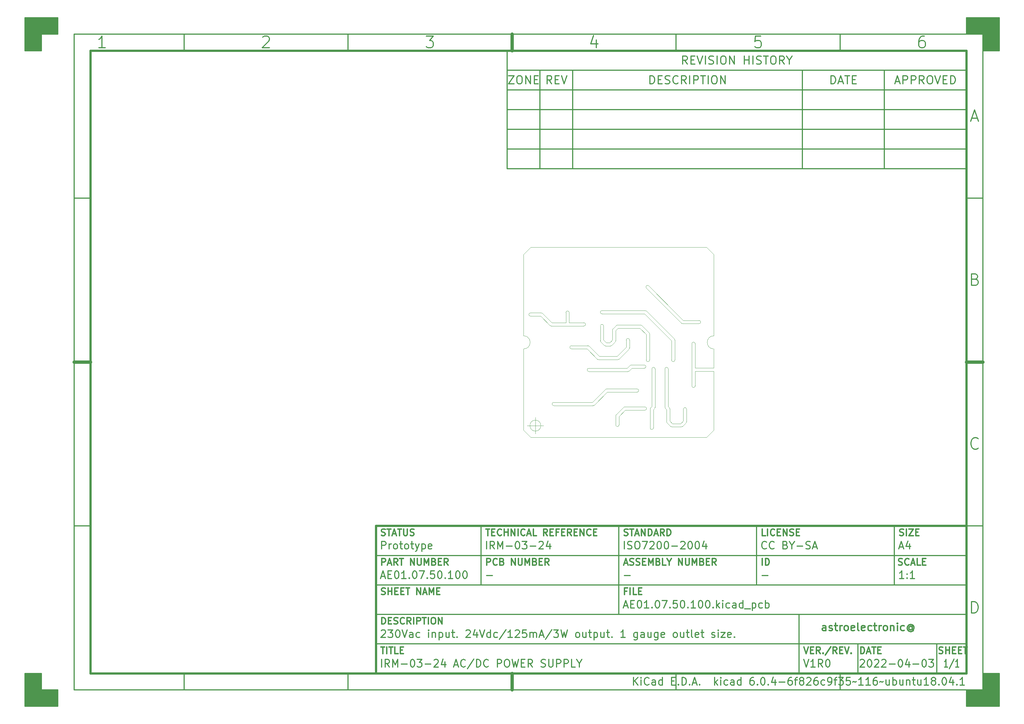
<source format=gbr>
%TF.GenerationSoftware,KiCad,Pcbnew,6.0.4-6f826c9f35~116~ubuntu18.04.1*%
%TF.CreationDate,2022-04-03T22:47:16+02:00*%
%TF.ProjectId,AE01.07.50.100,41453031-2e30-4372-9e35-302e3130302e,V1R0*%
%TF.SameCoordinates,PX9464480PY76a3180*%
%TF.FileFunction,Glue,Top*%
%TF.FilePolarity,Positive*%
%FSLAX46Y46*%
G04 Gerber Fmt 4.6, Leading zero omitted, Abs format (unit mm)*
G04 Created by KiCad (PCBNEW 6.0.4-6f826c9f35~116~ubuntu18.04.1) date 2022-04-03 22:47:16*
%MOMM*%
%LPD*%
G01*
G04 APERTURE LIST*
%ADD10C,0.100000*%
%ADD11C,0.350000*%
%ADD12C,0.700000*%
%ADD13C,1.050000*%
%ADD14C,0.400000*%
%ADD15C,0.460000*%
%TA.AperFunction,Profile*%
%ADD16C,0.050000*%
%TD*%
G04 APERTURE END LIST*
D10*
D11*
X-8597800Y114400000D02*
X-8597800Y78400000D01*
D10*
D11*
X1402200Y108400000D02*
X1402200Y78400000D01*
D10*
D11*
X11402200Y108400000D02*
X11402200Y78400000D01*
D10*
D11*
X81402200Y108400000D02*
X81402200Y78400000D01*
D10*
D11*
X106402200Y108400000D02*
X106402200Y78400000D01*
D10*
D11*
X131402200Y114400000D02*
X131402200Y64400000D01*
D10*
D11*
X131402200Y114400000D02*
X-8597800Y114400000D01*
D10*
D11*
X131402200Y108400000D02*
X-8597800Y108400000D01*
D10*
D11*
X131402200Y102400000D02*
X-8597800Y102400000D01*
D10*
D11*
X131402200Y96400000D02*
X-8597800Y96400000D01*
D10*
D11*
X131402200Y90400000D02*
X-8597800Y90400000D01*
D10*
D11*
X131402200Y84400000D02*
X-8597800Y84400000D01*
D10*
D11*
X131402200Y78400000D02*
X-8597800Y78400000D01*
D10*
D11*
X46342676Y110269048D02*
X45509342Y111459524D01*
X44914104Y110269048D02*
X44914104Y112769048D01*
X45866485Y112769048D01*
X46104580Y112650000D01*
X46223628Y112530953D01*
X46342676Y112292858D01*
X46342676Y111935715D01*
X46223628Y111697620D01*
X46104580Y111578572D01*
X45866485Y111459524D01*
X44914104Y111459524D01*
X47414104Y111578572D02*
X48247438Y111578572D01*
X48604580Y110269048D02*
X47414104Y110269048D01*
X47414104Y112769048D01*
X48604580Y112769048D01*
X49318866Y112769048D02*
X50152200Y110269048D01*
X50985533Y112769048D01*
X51818866Y110269048D02*
X51818866Y112769048D01*
X52890295Y110388096D02*
X53247438Y110269048D01*
X53842676Y110269048D01*
X54080771Y110388096D01*
X54199819Y110507143D01*
X54318866Y110745239D01*
X54318866Y110983334D01*
X54199819Y111221429D01*
X54080771Y111340477D01*
X53842676Y111459524D01*
X53366485Y111578572D01*
X53128390Y111697620D01*
X53009342Y111816667D01*
X52890295Y112054762D01*
X52890295Y112292858D01*
X53009342Y112530953D01*
X53128390Y112650000D01*
X53366485Y112769048D01*
X53961723Y112769048D01*
X54318866Y112650000D01*
X55390295Y110269048D02*
X55390295Y112769048D01*
X57056961Y112769048D02*
X57533152Y112769048D01*
X57771247Y112650000D01*
X58009342Y112411905D01*
X58128390Y111935715D01*
X58128390Y111102381D01*
X58009342Y110626191D01*
X57771247Y110388096D01*
X57533152Y110269048D01*
X57056961Y110269048D01*
X56818866Y110388096D01*
X56580771Y110626191D01*
X56461723Y111102381D01*
X56461723Y111935715D01*
X56580771Y112411905D01*
X56818866Y112650000D01*
X57056961Y112769048D01*
X59199819Y110269048D02*
X59199819Y112769048D01*
X60628390Y110269048D01*
X60628390Y112769048D01*
X63723628Y110269048D02*
X63723628Y112769048D01*
X63723628Y111578572D02*
X65152200Y111578572D01*
X65152200Y110269048D02*
X65152200Y112769048D01*
X66342676Y110269048D02*
X66342676Y112769048D01*
X67414104Y110388096D02*
X67771247Y110269048D01*
X68366485Y110269048D01*
X68604580Y110388096D01*
X68723628Y110507143D01*
X68842676Y110745239D01*
X68842676Y110983334D01*
X68723628Y111221429D01*
X68604580Y111340477D01*
X68366485Y111459524D01*
X67890295Y111578572D01*
X67652200Y111697620D01*
X67533152Y111816667D01*
X67414104Y112054762D01*
X67414104Y112292858D01*
X67533152Y112530953D01*
X67652200Y112650000D01*
X67890295Y112769048D01*
X68485533Y112769048D01*
X68842676Y112650000D01*
X69556961Y112769048D02*
X70985533Y112769048D01*
X70271247Y110269048D02*
X70271247Y112769048D01*
X72295057Y112769048D02*
X72771247Y112769048D01*
X73009342Y112650000D01*
X73247438Y112411905D01*
X73366485Y111935715D01*
X73366485Y111102381D01*
X73247438Y110626191D01*
X73009342Y110388096D01*
X72771247Y110269048D01*
X72295057Y110269048D01*
X72056961Y110388096D01*
X71818866Y110626191D01*
X71699819Y111102381D01*
X71699819Y111935715D01*
X71818866Y112411905D01*
X72056961Y112650000D01*
X72295057Y112769048D01*
X75866485Y110269048D02*
X75033152Y111459524D01*
X74437914Y110269048D02*
X74437914Y112769048D01*
X75390295Y112769048D01*
X75628390Y112650000D01*
X75747438Y112530953D01*
X75866485Y112292858D01*
X75866485Y111935715D01*
X75747438Y111697620D01*
X75628390Y111578572D01*
X75390295Y111459524D01*
X74437914Y111459524D01*
X77414104Y111459524D02*
X77414104Y110269048D01*
X76580771Y112769048D02*
X77414104Y111459524D01*
X78247438Y112769048D01*
D10*
D11*
X-8181134Y106769048D02*
X-6514467Y106769048D01*
X-8181134Y104269048D01*
X-6514467Y104269048D01*
X-5085896Y106769048D02*
X-4609705Y106769048D01*
X-4371610Y106650000D01*
X-4133515Y106411905D01*
X-4014467Y105935715D01*
X-4014467Y105102381D01*
X-4133515Y104626191D01*
X-4371610Y104388096D01*
X-4609705Y104269048D01*
X-5085896Y104269048D01*
X-5323991Y104388096D01*
X-5562086Y104626191D01*
X-5681134Y105102381D01*
X-5681134Y105935715D01*
X-5562086Y106411905D01*
X-5323991Y106650000D01*
X-5085896Y106769048D01*
X-2943039Y104269048D02*
X-2943039Y106769048D01*
X-1514467Y104269048D01*
X-1514467Y106769048D01*
X-323991Y105578572D02*
X509342Y105578572D01*
X866485Y104269048D02*
X-323991Y104269048D01*
X-323991Y106769048D01*
X866485Y106769048D01*
D10*
D11*
X4973628Y104269048D02*
X4140295Y105459524D01*
X3545057Y104269048D02*
X3545057Y106769048D01*
X4497438Y106769048D01*
X4735533Y106650000D01*
X4854580Y106530953D01*
X4973628Y106292858D01*
X4973628Y105935715D01*
X4854580Y105697620D01*
X4735533Y105578572D01*
X4497438Y105459524D01*
X3545057Y105459524D01*
X6045057Y105578572D02*
X6878390Y105578572D01*
X7235533Y104269048D02*
X6045057Y104269048D01*
X6045057Y106769048D01*
X7235533Y106769048D01*
X7949819Y106769048D02*
X8783152Y104269048D01*
X9616485Y106769048D01*
D10*
D11*
X34914104Y104269048D02*
X34914104Y106769048D01*
X35509342Y106769048D01*
X35866485Y106650000D01*
X36104580Y106411905D01*
X36223628Y106173810D01*
X36342676Y105697620D01*
X36342676Y105340477D01*
X36223628Y104864286D01*
X36104580Y104626191D01*
X35866485Y104388096D01*
X35509342Y104269048D01*
X34914104Y104269048D01*
X37414104Y105578572D02*
X38247438Y105578572D01*
X38604580Y104269048D02*
X37414104Y104269048D01*
X37414104Y106769048D01*
X38604580Y106769048D01*
X39556961Y104388096D02*
X39914104Y104269048D01*
X40509342Y104269048D01*
X40747438Y104388096D01*
X40866485Y104507143D01*
X40985533Y104745239D01*
X40985533Y104983334D01*
X40866485Y105221429D01*
X40747438Y105340477D01*
X40509342Y105459524D01*
X40033152Y105578572D01*
X39795057Y105697620D01*
X39676009Y105816667D01*
X39556961Y106054762D01*
X39556961Y106292858D01*
X39676009Y106530953D01*
X39795057Y106650000D01*
X40033152Y106769048D01*
X40628390Y106769048D01*
X40985533Y106650000D01*
X43485533Y104507143D02*
X43366485Y104388096D01*
X43009342Y104269048D01*
X42771247Y104269048D01*
X42414104Y104388096D01*
X42176009Y104626191D01*
X42056961Y104864286D01*
X41937914Y105340477D01*
X41937914Y105697620D01*
X42056961Y106173810D01*
X42176009Y106411905D01*
X42414104Y106650000D01*
X42771247Y106769048D01*
X43009342Y106769048D01*
X43366485Y106650000D01*
X43485533Y106530953D01*
X45985533Y104269048D02*
X45152200Y105459524D01*
X44556961Y104269048D02*
X44556961Y106769048D01*
X45509342Y106769048D01*
X45747438Y106650000D01*
X45866485Y106530953D01*
X45985533Y106292858D01*
X45985533Y105935715D01*
X45866485Y105697620D01*
X45747438Y105578572D01*
X45509342Y105459524D01*
X44556961Y105459524D01*
X47056961Y104269048D02*
X47056961Y106769048D01*
X48247438Y104269048D02*
X48247438Y106769048D01*
X49199819Y106769048D01*
X49437914Y106650000D01*
X49556961Y106530953D01*
X49676009Y106292858D01*
X49676009Y105935715D01*
X49556961Y105697620D01*
X49437914Y105578572D01*
X49199819Y105459524D01*
X48247438Y105459524D01*
X50390295Y106769048D02*
X51818866Y106769048D01*
X51104580Y104269048D02*
X51104580Y106769048D01*
X52652200Y104269048D02*
X52652200Y106769048D01*
X54318866Y106769048D02*
X54795057Y106769048D01*
X55033152Y106650000D01*
X55271247Y106411905D01*
X55390295Y105935715D01*
X55390295Y105102381D01*
X55271247Y104626191D01*
X55033152Y104388096D01*
X54795057Y104269048D01*
X54318866Y104269048D01*
X54080771Y104388096D01*
X53842676Y104626191D01*
X53723628Y105102381D01*
X53723628Y105935715D01*
X53842676Y106411905D01*
X54080771Y106650000D01*
X54318866Y106769048D01*
X56461723Y104269048D02*
X56461723Y106769048D01*
X57890295Y104269048D01*
X57890295Y106769048D01*
D10*
D11*
X109795057Y104983334D02*
X110985533Y104983334D01*
X109556961Y104269048D02*
X110390295Y106769048D01*
X111223628Y104269048D01*
X112056961Y104269048D02*
X112056961Y106769048D01*
X113009342Y106769048D01*
X113247438Y106650000D01*
X113366485Y106530953D01*
X113485533Y106292858D01*
X113485533Y105935715D01*
X113366485Y105697620D01*
X113247438Y105578572D01*
X113009342Y105459524D01*
X112056961Y105459524D01*
X114556961Y104269048D02*
X114556961Y106769048D01*
X115509342Y106769048D01*
X115747438Y106650000D01*
X115866485Y106530953D01*
X115985533Y106292858D01*
X115985533Y105935715D01*
X115866485Y105697620D01*
X115747438Y105578572D01*
X115509342Y105459524D01*
X114556961Y105459524D01*
X118485533Y104269048D02*
X117652200Y105459524D01*
X117056961Y104269048D02*
X117056961Y106769048D01*
X118009342Y106769048D01*
X118247438Y106650000D01*
X118366485Y106530953D01*
X118485533Y106292858D01*
X118485533Y105935715D01*
X118366485Y105697620D01*
X118247438Y105578572D01*
X118009342Y105459524D01*
X117056961Y105459524D01*
X120033152Y106769048D02*
X120509342Y106769048D01*
X120747438Y106650000D01*
X120985533Y106411905D01*
X121104580Y105935715D01*
X121104580Y105102381D01*
X120985533Y104626191D01*
X120747438Y104388096D01*
X120509342Y104269048D01*
X120033152Y104269048D01*
X119795057Y104388096D01*
X119556961Y104626191D01*
X119437914Y105102381D01*
X119437914Y105935715D01*
X119556961Y106411905D01*
X119795057Y106650000D01*
X120033152Y106769048D01*
X121818866Y106769048D02*
X122652200Y104269048D01*
X123485533Y106769048D01*
X124318866Y105578572D02*
X125152200Y105578572D01*
X125509342Y104269048D02*
X124318866Y104269048D01*
X124318866Y106769048D01*
X125509342Y106769048D01*
X126580771Y104269048D02*
X126580771Y106769048D01*
X127176009Y106769048D01*
X127533152Y106650000D01*
X127771247Y106411905D01*
X127890295Y106173810D01*
X128009342Y105697620D01*
X128009342Y105340477D01*
X127890295Y104864286D01*
X127771247Y104626191D01*
X127533152Y104388096D01*
X127176009Y104269048D01*
X126580771Y104269048D01*
D10*
D11*
X90092676Y104269048D02*
X90092676Y106769048D01*
X90687914Y106769048D01*
X91045057Y106650000D01*
X91283152Y106411905D01*
X91402200Y106173810D01*
X91521247Y105697620D01*
X91521247Y105340477D01*
X91402200Y104864286D01*
X91283152Y104626191D01*
X91045057Y104388096D01*
X90687914Y104269048D01*
X90092676Y104269048D01*
X92473628Y104983334D02*
X93664104Y104983334D01*
X92235533Y104269048D02*
X93068866Y106769048D01*
X93902200Y104269048D01*
X94378390Y106769048D02*
X95806961Y106769048D01*
X95092676Y104269048D02*
X95092676Y106769048D01*
X96640295Y105578572D02*
X97473628Y105578572D01*
X97830771Y104269048D02*
X96640295Y104269048D01*
X96640295Y106769048D01*
X97830771Y106769048D01*
D10*
D11*
X-140600000Y119400000D02*
X-140600000Y-80607200D01*
X136402200Y-80607200D01*
X136402200Y119400000D01*
X-140600000Y119400000D01*
D10*
D12*
X-135600000Y114400000D02*
X-135600000Y-75607200D01*
X131402200Y-75607200D01*
X131402200Y114400000D01*
X-135600000Y114400000D01*
D10*
D13*
X-7100000Y119400000D02*
X-7100000Y114400000D01*
D10*
D13*
X-7100000Y-80607200D02*
X-7100000Y-75607200D01*
D10*
D13*
X-140600000Y19400000D02*
X-135600000Y19400000D01*
D10*
D13*
X136402200Y19400000D02*
X131402200Y19400000D01*
D10*
D11*
X-107100000Y119400000D02*
X-107100000Y114400000D01*
D10*
D11*
X-57100000Y119400000D02*
X-57100000Y114400000D01*
D10*
D11*
X-7100000Y119400000D02*
X-7100000Y114400000D01*
D10*
D11*
X42900000Y119400000D02*
X42900000Y114400000D01*
D10*
D11*
X92900000Y119400000D02*
X92900000Y114400000D01*
D10*
D11*
X-107100000Y-80607200D02*
X-107100000Y-75607200D01*
D10*
D11*
X-57100000Y-80607200D02*
X-57100000Y-75607200D01*
D10*
D11*
X-7100000Y-80607200D02*
X-7100000Y-75607200D01*
D10*
D11*
X42900000Y-80607200D02*
X42900000Y-75607200D01*
D10*
D11*
X92900000Y-80607200D02*
X92900000Y-75607200D01*
D10*
D11*
X-140600000Y69400000D02*
X-135600000Y69400000D01*
D10*
D11*
X-140600000Y19400000D02*
X-135600000Y19400000D01*
D10*
D11*
X-140600000Y-30600000D02*
X-135600000Y-30600000D01*
D10*
D11*
X136402200Y69400000D02*
X131402200Y69400000D01*
D10*
D11*
X136402200Y19400000D02*
X131402200Y19400000D01*
D10*
D11*
X136402200Y-30600000D02*
X131402200Y-30600000D01*
D10*
D11*
X-131100000Y115316667D02*
X-133100000Y115316667D01*
X-132100000Y115316667D02*
X-132100000Y118816667D01*
X-132433334Y118316667D01*
X-132766667Y117983334D01*
X-133100000Y117816667D01*
D10*
D11*
X-83100000Y118483334D02*
X-82933334Y118650000D01*
X-82600000Y118816667D01*
X-81766667Y118816667D01*
X-81433334Y118650000D01*
X-81266667Y118483334D01*
X-81100000Y118150000D01*
X-81100000Y117816667D01*
X-81266667Y117316667D01*
X-83266667Y115316667D01*
X-81100000Y115316667D01*
D10*
D11*
X-33266667Y118816667D02*
X-31100000Y118816667D01*
X-32266667Y117483334D01*
X-31766667Y117483334D01*
X-31433334Y117316667D01*
X-31266667Y117150000D01*
X-31100000Y116816667D01*
X-31100000Y115983334D01*
X-31266667Y115650000D01*
X-31433334Y115483334D01*
X-31766667Y115316667D01*
X-32766667Y115316667D01*
X-33100000Y115483334D01*
X-33266667Y115650000D01*
D10*
D11*
X18566666Y117650000D02*
X18566666Y115316667D01*
X17733333Y118983334D02*
X16900000Y116483334D01*
X19066666Y116483334D01*
D10*
D11*
X68733333Y118816667D02*
X67066666Y118816667D01*
X66900000Y117150000D01*
X67066666Y117316667D01*
X67400000Y117483334D01*
X68233333Y117483334D01*
X68566666Y117316667D01*
X68733333Y117150000D01*
X68900000Y116816667D01*
X68900000Y115983334D01*
X68733333Y115650000D01*
X68566666Y115483334D01*
X68233333Y115316667D01*
X67400000Y115316667D01*
X67066666Y115483334D01*
X66900000Y115650000D01*
D10*
D11*
X118566666Y118816667D02*
X117900000Y118816667D01*
X117566666Y118650000D01*
X117400000Y118483334D01*
X117066666Y117983334D01*
X116900000Y117316667D01*
X116900000Y115983334D01*
X117066666Y115650000D01*
X117233333Y115483334D01*
X117566666Y115316667D01*
X118233333Y115316667D01*
X118566666Y115483334D01*
X118733333Y115650000D01*
X118900000Y115983334D01*
X118900000Y116816667D01*
X118733333Y117150000D01*
X118566666Y117316667D01*
X118233333Y117483334D01*
X117566666Y117483334D01*
X117233333Y117316667D01*
X117066666Y117150000D01*
X116900000Y116816667D01*
D10*
D11*
X133068866Y93816667D02*
X134735533Y93816667D01*
X132735533Y92816667D02*
X133902200Y96316667D01*
X135068866Y92816667D01*
D10*
D11*
X134152200Y44650000D02*
X134652200Y44483334D01*
X134818866Y44316667D01*
X134985533Y43983334D01*
X134985533Y43483334D01*
X134818866Y43150000D01*
X134652200Y42983334D01*
X134318866Y42816667D01*
X132985533Y42816667D01*
X132985533Y46316667D01*
X134152200Y46316667D01*
X134485533Y46150000D01*
X134652200Y45983334D01*
X134818866Y45650000D01*
X134818866Y45316667D01*
X134652200Y44983334D01*
X134485533Y44816667D01*
X134152200Y44650000D01*
X132985533Y44650000D01*
D10*
D11*
X134985533Y-6850000D02*
X134818866Y-7016666D01*
X134318866Y-7183333D01*
X133985533Y-7183333D01*
X133485533Y-7016666D01*
X133152200Y-6683333D01*
X132985533Y-6350000D01*
X132818866Y-5683333D01*
X132818866Y-5183333D01*
X132985533Y-4516666D01*
X133152200Y-4183333D01*
X133485533Y-3850000D01*
X133985533Y-3683333D01*
X134318866Y-3683333D01*
X134818866Y-3850000D01*
X134985533Y-4016666D01*
D10*
D11*
X132985533Y-57183333D02*
X132985533Y-53683333D01*
X133818866Y-53683333D01*
X134318866Y-53850000D01*
X134652200Y-54183333D01*
X134818866Y-54516666D01*
X134985533Y-55183333D01*
X134985533Y-55683333D01*
X134818866Y-56350000D01*
X134652200Y-56683333D01*
X134318866Y-57016666D01*
X133818866Y-57183333D01*
X132985533Y-57183333D01*
D10*
G36*
X-155600000Y124400000D02*
G01*
X-145600000Y124400000D01*
X-145600000Y119400000D01*
X-150600000Y119400000D01*
X-150600000Y114400000D01*
X-155600000Y114400000D01*
X-155600000Y124400000D01*
G37*
D11*
X-155600000Y124400000D02*
X-145600000Y124400000D01*
X-145600000Y119400000D01*
X-150600000Y119400000D01*
X-150600000Y114400000D01*
X-155600000Y114400000D01*
X-155600000Y124400000D01*
D10*
G36*
X-155600000Y-85607199D02*
G01*
X-155600000Y-75607199D01*
X-150600000Y-75607199D01*
X-150600000Y-80607199D01*
X-145600000Y-80607199D01*
X-145600000Y-85607199D01*
X-155600000Y-85607199D01*
G37*
D11*
X-155600000Y-85607199D02*
X-155600000Y-75607199D01*
X-150600000Y-75607199D01*
X-150600000Y-80607199D01*
X-145600000Y-80607199D01*
X-145600000Y-85607199D01*
X-155600000Y-85607199D01*
D10*
G36*
X141402200Y124400000D02*
G01*
X141402200Y114400000D01*
X136402200Y114400000D01*
X136402200Y119400000D01*
X131402200Y119400000D01*
X131402200Y124400000D01*
X141402200Y124400000D01*
G37*
D11*
X141402200Y124400000D02*
X141402200Y114400000D01*
X136402200Y114400000D01*
X136402200Y119400000D01*
X131402200Y119400000D01*
X131402200Y124400000D01*
X141402200Y124400000D01*
D10*
G36*
X141402200Y-85607199D02*
G01*
X131402200Y-85607199D01*
X131402200Y-80607199D01*
X136402200Y-80607199D01*
X136402200Y-75607199D01*
X141402200Y-75607199D01*
X141402200Y-85607199D01*
G37*
D11*
X141402200Y-85607199D02*
X131402200Y-85607199D01*
X131402200Y-80607199D01*
X136402200Y-80607199D01*
X136402200Y-75607199D01*
X141402200Y-75607199D01*
X141402200Y-85607199D01*
D10*
D12*
X131402200Y-75607200D02*
X131402200Y-30607200D01*
X-48597800Y-30607200D01*
X-48597800Y-75607200D01*
X131402200Y-75607200D01*
D10*
D11*
X131402200Y-48607200D02*
X-48597800Y-48607200D01*
D10*
D11*
X131402200Y-57607200D02*
X-48597800Y-57607200D01*
D10*
D11*
X131402200Y-66607200D02*
X-48597800Y-66607200D01*
D10*
D11*
X-16597800Y-30607200D02*
X-16597800Y-48607200D01*
D10*
D11*
X25402200Y-30607200D02*
X25402200Y-57607200D01*
D10*
D11*
X67402200Y-30607200D02*
X67402200Y-48607200D01*
D10*
D11*
X80402200Y-57607200D02*
X80402200Y-75607200D01*
D10*
D11*
X98292200Y-66607000D02*
X98292200Y-75607000D01*
D10*
D11*
X122402200Y-66607200D02*
X122402200Y-75607200D01*
D10*
D14*
X-46956848Y-33416723D02*
X-46671134Y-33511961D01*
X-46194943Y-33511961D01*
X-46004467Y-33416723D01*
X-45909229Y-33321485D01*
X-45813991Y-33131009D01*
X-45813991Y-32940533D01*
X-45909229Y-32750057D01*
X-46004467Y-32654819D01*
X-46194943Y-32559580D01*
X-46575896Y-32464342D01*
X-46766372Y-32369104D01*
X-46861610Y-32273866D01*
X-46956848Y-32083390D01*
X-46956848Y-31892914D01*
X-46861610Y-31702438D01*
X-46766372Y-31607200D01*
X-46575896Y-31511961D01*
X-46099705Y-31511961D01*
X-45813991Y-31607200D01*
X-45242562Y-31511961D02*
X-44099705Y-31511961D01*
X-44671134Y-33511961D02*
X-44671134Y-31511961D01*
X-43528277Y-32940533D02*
X-42575896Y-32940533D01*
X-43718753Y-33511961D02*
X-43052086Y-31511961D01*
X-42385420Y-33511961D01*
X-42004467Y-31511961D02*
X-40861610Y-31511961D01*
X-41433039Y-33511961D02*
X-41433039Y-31511961D01*
X-40194943Y-31511961D02*
X-40194943Y-33131009D01*
X-40099705Y-33321485D01*
X-40004467Y-33416723D01*
X-39813991Y-33511961D01*
X-39433039Y-33511961D01*
X-39242562Y-33416723D01*
X-39147324Y-33321485D01*
X-39052086Y-33131009D01*
X-39052086Y-31511961D01*
X-38194943Y-33416723D02*
X-37909229Y-33511961D01*
X-37433039Y-33511961D01*
X-37242562Y-33416723D01*
X-37147324Y-33321485D01*
X-37052086Y-33131009D01*
X-37052086Y-32940533D01*
X-37147324Y-32750057D01*
X-37242562Y-32654819D01*
X-37433039Y-32559580D01*
X-37813991Y-32464342D01*
X-38004467Y-32369104D01*
X-38099705Y-32273866D01*
X-38194943Y-32083390D01*
X-38194943Y-31892914D01*
X-38099705Y-31702438D01*
X-38004467Y-31607200D01*
X-37813991Y-31511961D01*
X-37337800Y-31511961D01*
X-37052086Y-31607200D01*
D10*
D14*
X-15147324Y-31511961D02*
X-14004467Y-31511961D01*
X-14575896Y-33511961D02*
X-14575896Y-31511961D01*
X-13337800Y-32464342D02*
X-12671134Y-32464342D01*
X-12385420Y-33511961D02*
X-13337800Y-33511961D01*
X-13337800Y-31511961D01*
X-12385420Y-31511961D01*
X-10385420Y-33321485D02*
X-10480658Y-33416723D01*
X-10766372Y-33511961D01*
X-10956848Y-33511961D01*
X-11242562Y-33416723D01*
X-11433039Y-33226247D01*
X-11528277Y-33035771D01*
X-11623515Y-32654819D01*
X-11623515Y-32369104D01*
X-11528277Y-31988152D01*
X-11433039Y-31797676D01*
X-11242562Y-31607200D01*
X-10956848Y-31511961D01*
X-10766372Y-31511961D01*
X-10480658Y-31607200D01*
X-10385420Y-31702438D01*
X-9528277Y-33511961D02*
X-9528277Y-31511961D01*
X-9528277Y-32464342D02*
X-8385420Y-32464342D01*
X-8385420Y-33511961D02*
X-8385420Y-31511961D01*
X-7433039Y-33511961D02*
X-7433039Y-31511961D01*
X-6290181Y-33511961D01*
X-6290181Y-31511961D01*
X-5337800Y-33511961D02*
X-5337800Y-31511961D01*
X-3242562Y-33321485D02*
X-3337800Y-33416723D01*
X-3623515Y-33511961D01*
X-3813991Y-33511961D01*
X-4099705Y-33416723D01*
X-4290181Y-33226247D01*
X-4385420Y-33035771D01*
X-4480658Y-32654819D01*
X-4480658Y-32369104D01*
X-4385420Y-31988152D01*
X-4290181Y-31797676D01*
X-4099705Y-31607200D01*
X-3813991Y-31511961D01*
X-3623515Y-31511961D01*
X-3337800Y-31607200D01*
X-3242562Y-31702438D01*
X-2480658Y-32940533D02*
X-1528277Y-32940533D01*
X-2671134Y-33511961D02*
X-2004467Y-31511961D01*
X-1337800Y-33511961D01*
X281247Y-33511961D02*
X-671134Y-33511961D01*
X-671134Y-31511961D01*
X3614580Y-33511961D02*
X2947914Y-32559580D01*
X2471723Y-33511961D02*
X2471723Y-31511961D01*
X3233628Y-31511961D01*
X3424104Y-31607200D01*
X3519342Y-31702438D01*
X3614580Y-31892914D01*
X3614580Y-32178628D01*
X3519342Y-32369104D01*
X3424104Y-32464342D01*
X3233628Y-32559580D01*
X2471723Y-32559580D01*
X4471723Y-32464342D02*
X5138390Y-32464342D01*
X5424104Y-33511961D02*
X4471723Y-33511961D01*
X4471723Y-31511961D01*
X5424104Y-31511961D01*
X6947914Y-32464342D02*
X6281247Y-32464342D01*
X6281247Y-33511961D02*
X6281247Y-31511961D01*
X7233628Y-31511961D01*
X7995533Y-32464342D02*
X8662200Y-32464342D01*
X8947914Y-33511961D02*
X7995533Y-33511961D01*
X7995533Y-31511961D01*
X8947914Y-31511961D01*
X10947914Y-33511961D02*
X10281247Y-32559580D01*
X9805057Y-33511961D02*
X9805057Y-31511961D01*
X10566961Y-31511961D01*
X10757438Y-31607200D01*
X10852676Y-31702438D01*
X10947914Y-31892914D01*
X10947914Y-32178628D01*
X10852676Y-32369104D01*
X10757438Y-32464342D01*
X10566961Y-32559580D01*
X9805057Y-32559580D01*
X11805057Y-32464342D02*
X12471723Y-32464342D01*
X12757438Y-33511961D02*
X11805057Y-33511961D01*
X11805057Y-31511961D01*
X12757438Y-31511961D01*
X13614580Y-33511961D02*
X13614580Y-31511961D01*
X14757438Y-33511961D01*
X14757438Y-31511961D01*
X16852676Y-33321485D02*
X16757438Y-33416723D01*
X16471723Y-33511961D01*
X16281247Y-33511961D01*
X15995533Y-33416723D01*
X15805057Y-33226247D01*
X15709819Y-33035771D01*
X15614580Y-32654819D01*
X15614580Y-32369104D01*
X15709819Y-31988152D01*
X15805057Y-31797676D01*
X15995533Y-31607200D01*
X16281247Y-31511961D01*
X16471723Y-31511961D01*
X16757438Y-31607200D01*
X16852676Y-31702438D01*
X17709819Y-32464342D02*
X18376485Y-32464342D01*
X18662200Y-33511961D02*
X17709819Y-33511961D01*
X17709819Y-31511961D01*
X18662200Y-31511961D01*
D10*
D14*
X27043152Y-33416723D02*
X27328866Y-33511961D01*
X27805057Y-33511961D01*
X27995533Y-33416723D01*
X28090771Y-33321485D01*
X28186009Y-33131009D01*
X28186009Y-32940533D01*
X28090771Y-32750057D01*
X27995533Y-32654819D01*
X27805057Y-32559580D01*
X27424104Y-32464342D01*
X27233628Y-32369104D01*
X27138390Y-32273866D01*
X27043152Y-32083390D01*
X27043152Y-31892914D01*
X27138390Y-31702438D01*
X27233628Y-31607200D01*
X27424104Y-31511961D01*
X27900295Y-31511961D01*
X28186009Y-31607200D01*
X28757438Y-31511961D02*
X29900295Y-31511961D01*
X29328866Y-33511961D02*
X29328866Y-31511961D01*
X30471723Y-32940533D02*
X31424104Y-32940533D01*
X30281247Y-33511961D02*
X30947914Y-31511961D01*
X31614580Y-33511961D01*
X32281247Y-33511961D02*
X32281247Y-31511961D01*
X33424104Y-33511961D01*
X33424104Y-31511961D01*
X34376485Y-33511961D02*
X34376485Y-31511961D01*
X34852676Y-31511961D01*
X35138390Y-31607200D01*
X35328866Y-31797676D01*
X35424104Y-31988152D01*
X35519342Y-32369104D01*
X35519342Y-32654819D01*
X35424104Y-33035771D01*
X35328866Y-33226247D01*
X35138390Y-33416723D01*
X34852676Y-33511961D01*
X34376485Y-33511961D01*
X36281247Y-32940533D02*
X37233628Y-32940533D01*
X36090771Y-33511961D02*
X36757438Y-31511961D01*
X37424104Y-33511961D01*
X39233628Y-33511961D02*
X38566961Y-32559580D01*
X38090771Y-33511961D02*
X38090771Y-31511961D01*
X38852676Y-31511961D01*
X39043152Y-31607200D01*
X39138390Y-31702438D01*
X39233628Y-31892914D01*
X39233628Y-32178628D01*
X39138390Y-32369104D01*
X39043152Y-32464342D01*
X38852676Y-32559580D01*
X38090771Y-32559580D01*
X40090771Y-33511961D02*
X40090771Y-31511961D01*
X40566961Y-31511961D01*
X40852676Y-31607200D01*
X41043152Y-31797676D01*
X41138390Y-31988152D01*
X41233628Y-32369104D01*
X41233628Y-32654819D01*
X41138390Y-33035771D01*
X41043152Y-33226247D01*
X40852676Y-33416723D01*
X40566961Y-33511961D01*
X40090771Y-33511961D01*
D10*
D14*
X70090771Y-33511961D02*
X69138390Y-33511961D01*
X69138390Y-31511961D01*
X70757438Y-33511961D02*
X70757438Y-31511961D01*
X72852676Y-33321485D02*
X72757438Y-33416723D01*
X72471723Y-33511961D01*
X72281247Y-33511961D01*
X71995533Y-33416723D01*
X71805057Y-33226247D01*
X71709819Y-33035771D01*
X71614580Y-32654819D01*
X71614580Y-32369104D01*
X71709819Y-31988152D01*
X71805057Y-31797676D01*
X71995533Y-31607200D01*
X72281247Y-31511961D01*
X72471723Y-31511961D01*
X72757438Y-31607200D01*
X72852676Y-31702438D01*
X73709819Y-32464342D02*
X74376485Y-32464342D01*
X74662200Y-33511961D02*
X73709819Y-33511961D01*
X73709819Y-31511961D01*
X74662200Y-31511961D01*
X75519342Y-33511961D02*
X75519342Y-31511961D01*
X76662200Y-33511961D01*
X76662200Y-31511961D01*
X77519342Y-33416723D02*
X77805057Y-33511961D01*
X78281247Y-33511961D01*
X78471723Y-33416723D01*
X78566961Y-33321485D01*
X78662200Y-33131009D01*
X78662200Y-32940533D01*
X78566961Y-32750057D01*
X78471723Y-32654819D01*
X78281247Y-32559580D01*
X77900295Y-32464342D01*
X77709819Y-32369104D01*
X77614580Y-32273866D01*
X77519342Y-32083390D01*
X77519342Y-31892914D01*
X77614580Y-31702438D01*
X77709819Y-31607200D01*
X77900295Y-31511961D01*
X78376485Y-31511961D01*
X78662200Y-31607200D01*
X79519342Y-32464342D02*
X80186009Y-32464342D01*
X80471723Y-33511961D02*
X79519342Y-33511961D01*
X79519342Y-31511961D01*
X80471723Y-31511961D01*
D10*
D14*
X27043152Y-41940533D02*
X27995533Y-41940533D01*
X26852676Y-42511961D02*
X27519342Y-40511961D01*
X28186009Y-42511961D01*
X28757438Y-42416723D02*
X29043152Y-42511961D01*
X29519342Y-42511961D01*
X29709819Y-42416723D01*
X29805057Y-42321485D01*
X29900295Y-42131009D01*
X29900295Y-41940533D01*
X29805057Y-41750057D01*
X29709819Y-41654819D01*
X29519342Y-41559580D01*
X29138390Y-41464342D01*
X28947914Y-41369104D01*
X28852676Y-41273866D01*
X28757438Y-41083390D01*
X28757438Y-40892914D01*
X28852676Y-40702438D01*
X28947914Y-40607200D01*
X29138390Y-40511961D01*
X29614580Y-40511961D01*
X29900295Y-40607200D01*
X30662200Y-42416723D02*
X30947914Y-42511961D01*
X31424104Y-42511961D01*
X31614580Y-42416723D01*
X31709819Y-42321485D01*
X31805057Y-42131009D01*
X31805057Y-41940533D01*
X31709819Y-41750057D01*
X31614580Y-41654819D01*
X31424104Y-41559580D01*
X31043152Y-41464342D01*
X30852676Y-41369104D01*
X30757438Y-41273866D01*
X30662200Y-41083390D01*
X30662200Y-40892914D01*
X30757438Y-40702438D01*
X30852676Y-40607200D01*
X31043152Y-40511961D01*
X31519342Y-40511961D01*
X31805057Y-40607200D01*
X32662200Y-41464342D02*
X33328866Y-41464342D01*
X33614580Y-42511961D02*
X32662200Y-42511961D01*
X32662200Y-40511961D01*
X33614580Y-40511961D01*
X34471723Y-42511961D02*
X34471723Y-40511961D01*
X35138390Y-41940533D01*
X35805057Y-40511961D01*
X35805057Y-42511961D01*
X37424104Y-41464342D02*
X37709819Y-41559580D01*
X37805057Y-41654819D01*
X37900295Y-41845295D01*
X37900295Y-42131009D01*
X37805057Y-42321485D01*
X37709819Y-42416723D01*
X37519342Y-42511961D01*
X36757438Y-42511961D01*
X36757438Y-40511961D01*
X37424104Y-40511961D01*
X37614580Y-40607200D01*
X37709819Y-40702438D01*
X37805057Y-40892914D01*
X37805057Y-41083390D01*
X37709819Y-41273866D01*
X37614580Y-41369104D01*
X37424104Y-41464342D01*
X36757438Y-41464342D01*
X39709819Y-42511961D02*
X38757438Y-42511961D01*
X38757438Y-40511961D01*
X40757438Y-41559580D02*
X40757438Y-42511961D01*
X40090771Y-40511961D02*
X40757438Y-41559580D01*
X41424104Y-40511961D01*
X43614580Y-42511961D02*
X43614580Y-40511961D01*
X44757438Y-42511961D01*
X44757438Y-40511961D01*
X45709819Y-40511961D02*
X45709819Y-42131009D01*
X45805057Y-42321485D01*
X45900295Y-42416723D01*
X46090771Y-42511961D01*
X46471723Y-42511961D01*
X46662200Y-42416723D01*
X46757438Y-42321485D01*
X46852676Y-42131009D01*
X46852676Y-40511961D01*
X47805057Y-42511961D02*
X47805057Y-40511961D01*
X48471723Y-41940533D01*
X49138390Y-40511961D01*
X49138390Y-42511961D01*
X50757438Y-41464342D02*
X51043152Y-41559580D01*
X51138390Y-41654819D01*
X51233628Y-41845295D01*
X51233628Y-42131009D01*
X51138390Y-42321485D01*
X51043152Y-42416723D01*
X50852676Y-42511961D01*
X50090771Y-42511961D01*
X50090771Y-40511961D01*
X50757438Y-40511961D01*
X50947914Y-40607200D01*
X51043152Y-40702438D01*
X51138390Y-40892914D01*
X51138390Y-41083390D01*
X51043152Y-41273866D01*
X50947914Y-41369104D01*
X50757438Y-41464342D01*
X50090771Y-41464342D01*
X52090771Y-41464342D02*
X52757438Y-41464342D01*
X53043152Y-42511961D02*
X52090771Y-42511961D01*
X52090771Y-40511961D01*
X53043152Y-40511961D01*
X55043152Y-42511961D02*
X54376485Y-41559580D01*
X53900295Y-42511961D02*
X53900295Y-40511961D01*
X54662200Y-40511961D01*
X54852676Y-40607200D01*
X54947914Y-40702438D01*
X55043152Y-40892914D01*
X55043152Y-41178628D01*
X54947914Y-41369104D01*
X54852676Y-41464342D01*
X54662200Y-41559580D01*
X53900295Y-41559580D01*
D10*
D14*
X69138390Y-42511961D02*
X69138390Y-40511961D01*
X70090771Y-42511961D02*
X70090771Y-40511961D01*
X70566961Y-40511961D01*
X70852676Y-40607200D01*
X71043152Y-40797676D01*
X71138390Y-40988152D01*
X71233628Y-41369104D01*
X71233628Y-41654819D01*
X71138390Y-42035771D01*
X71043152Y-42226247D01*
X70852676Y-42416723D01*
X70566961Y-42511961D01*
X70090771Y-42511961D01*
D10*
D14*
X81852676Y-67511961D02*
X82519342Y-69511961D01*
X83186009Y-67511961D01*
X83852676Y-68464342D02*
X84519342Y-68464342D01*
X84805057Y-69511961D02*
X83852676Y-69511961D01*
X83852676Y-67511961D01*
X84805057Y-67511961D01*
X86805057Y-69511961D02*
X86138390Y-68559580D01*
X85662200Y-69511961D02*
X85662200Y-67511961D01*
X86424104Y-67511961D01*
X86614580Y-67607200D01*
X86709819Y-67702438D01*
X86805057Y-67892914D01*
X86805057Y-68178628D01*
X86709819Y-68369104D01*
X86614580Y-68464342D01*
X86424104Y-68559580D01*
X85662200Y-68559580D01*
X87662200Y-69321485D02*
X87757438Y-69416723D01*
X87662200Y-69511961D01*
X87566961Y-69416723D01*
X87662200Y-69321485D01*
X87662200Y-69511961D01*
X90043152Y-67416723D02*
X88328866Y-69988152D01*
X91852676Y-69511961D02*
X91186009Y-68559580D01*
X90709819Y-69511961D02*
X90709819Y-67511961D01*
X91471723Y-67511961D01*
X91662200Y-67607200D01*
X91757438Y-67702438D01*
X91852676Y-67892914D01*
X91852676Y-68178628D01*
X91757438Y-68369104D01*
X91662200Y-68464342D01*
X91471723Y-68559580D01*
X90709819Y-68559580D01*
X92709819Y-68464342D02*
X93376485Y-68464342D01*
X93662200Y-69511961D02*
X92709819Y-69511961D01*
X92709819Y-67511961D01*
X93662200Y-67511961D01*
X94233628Y-67511961D02*
X94900295Y-69511961D01*
X95566961Y-67511961D01*
X96233628Y-69321485D02*
X96328866Y-69416723D01*
X96233628Y-69511961D01*
X96138390Y-69416723D01*
X96233628Y-69321485D01*
X96233628Y-69511961D01*
D10*
D14*
X99138390Y-69511961D02*
X99138390Y-67511961D01*
X99614580Y-67511961D01*
X99900295Y-67607200D01*
X100090771Y-67797676D01*
X100186009Y-67988152D01*
X100281247Y-68369104D01*
X100281247Y-68654819D01*
X100186009Y-69035771D01*
X100090771Y-69226247D01*
X99900295Y-69416723D01*
X99614580Y-69511961D01*
X99138390Y-69511961D01*
X101043152Y-68940533D02*
X101995533Y-68940533D01*
X100852676Y-69511961D02*
X101519342Y-67511961D01*
X102186009Y-69511961D01*
X102566961Y-67511961D02*
X103709819Y-67511961D01*
X103138390Y-69511961D02*
X103138390Y-67511961D01*
X104376485Y-68464342D02*
X105043152Y-68464342D01*
X105328866Y-69511961D02*
X104376485Y-69511961D01*
X104376485Y-67511961D01*
X105328866Y-67511961D01*
D10*
D14*
X123043152Y-69416723D02*
X123328866Y-69511961D01*
X123805057Y-69511961D01*
X123995533Y-69416723D01*
X124090771Y-69321485D01*
X124186009Y-69131009D01*
X124186009Y-68940533D01*
X124090771Y-68750057D01*
X123995533Y-68654819D01*
X123805057Y-68559580D01*
X123424104Y-68464342D01*
X123233628Y-68369104D01*
X123138390Y-68273866D01*
X123043152Y-68083390D01*
X123043152Y-67892914D01*
X123138390Y-67702438D01*
X123233628Y-67607200D01*
X123424104Y-67511961D01*
X123900295Y-67511961D01*
X124186009Y-67607200D01*
X125043152Y-69511961D02*
X125043152Y-67511961D01*
X125043152Y-68464342D02*
X126186009Y-68464342D01*
X126186009Y-69511961D02*
X126186009Y-67511961D01*
X127138390Y-68464342D02*
X127805057Y-68464342D01*
X128090771Y-69511961D02*
X127138390Y-69511961D01*
X127138390Y-67511961D01*
X128090771Y-67511961D01*
X128947914Y-68464342D02*
X129614580Y-68464342D01*
X129900295Y-69511961D02*
X128947914Y-69511961D01*
X128947914Y-67511961D01*
X129900295Y-67511961D01*
X130471723Y-67511961D02*
X131614580Y-67511961D01*
X131043152Y-69511961D02*
X131043152Y-67511961D01*
D10*
D11*
X69124819Y-45771485D02*
X70877200Y-45771485D01*
D10*
D15*
X88533152Y-62497676D02*
X88533152Y-61292914D01*
X88423628Y-61073866D01*
X88204580Y-60964342D01*
X87766485Y-60964342D01*
X87547438Y-61073866D01*
X88533152Y-62388152D02*
X88314104Y-62497676D01*
X87766485Y-62497676D01*
X87547438Y-62388152D01*
X87437914Y-62169104D01*
X87437914Y-61950057D01*
X87547438Y-61731009D01*
X87766485Y-61621485D01*
X88314104Y-61621485D01*
X88533152Y-61511961D01*
X89518866Y-62388152D02*
X89737914Y-62497676D01*
X90176009Y-62497676D01*
X90395057Y-62388152D01*
X90504580Y-62169104D01*
X90504580Y-62059580D01*
X90395057Y-61840533D01*
X90176009Y-61731009D01*
X89847438Y-61731009D01*
X89628390Y-61621485D01*
X89518866Y-61402438D01*
X89518866Y-61292914D01*
X89628390Y-61073866D01*
X89847438Y-60964342D01*
X90176009Y-60964342D01*
X90395057Y-61073866D01*
X91161723Y-60964342D02*
X92037914Y-60964342D01*
X91490295Y-60197676D02*
X91490295Y-62169104D01*
X91599819Y-62388152D01*
X91818866Y-62497676D01*
X92037914Y-62497676D01*
X92804580Y-62497676D02*
X92804580Y-60964342D01*
X92804580Y-61402438D02*
X92914104Y-61183390D01*
X93023628Y-61073866D01*
X93242676Y-60964342D01*
X93461723Y-60964342D01*
X94556961Y-62497676D02*
X94337914Y-62388152D01*
X94228390Y-62278628D01*
X94118866Y-62059580D01*
X94118866Y-61402438D01*
X94228390Y-61183390D01*
X94337914Y-61073866D01*
X94556961Y-60964342D01*
X94885533Y-60964342D01*
X95104580Y-61073866D01*
X95214104Y-61183390D01*
X95323628Y-61402438D01*
X95323628Y-62059580D01*
X95214104Y-62278628D01*
X95104580Y-62388152D01*
X94885533Y-62497676D01*
X94556961Y-62497676D01*
X97185533Y-62388152D02*
X96966485Y-62497676D01*
X96528390Y-62497676D01*
X96309342Y-62388152D01*
X96199819Y-62169104D01*
X96199819Y-61292914D01*
X96309342Y-61073866D01*
X96528390Y-60964342D01*
X96966485Y-60964342D01*
X97185533Y-61073866D01*
X97295057Y-61292914D01*
X97295057Y-61511961D01*
X96199819Y-61731009D01*
X98609342Y-62497676D02*
X98390295Y-62388152D01*
X98280771Y-62169104D01*
X98280771Y-60197676D01*
X100361723Y-62388152D02*
X100142676Y-62497676D01*
X99704580Y-62497676D01*
X99485533Y-62388152D01*
X99376009Y-62169104D01*
X99376009Y-61292914D01*
X99485533Y-61073866D01*
X99704580Y-60964342D01*
X100142676Y-60964342D01*
X100361723Y-61073866D01*
X100471247Y-61292914D01*
X100471247Y-61511961D01*
X99376009Y-61731009D01*
X102442676Y-62388152D02*
X102223628Y-62497676D01*
X101785533Y-62497676D01*
X101566485Y-62388152D01*
X101456961Y-62278628D01*
X101347438Y-62059580D01*
X101347438Y-61402438D01*
X101456961Y-61183390D01*
X101566485Y-61073866D01*
X101785533Y-60964342D01*
X102223628Y-60964342D01*
X102442676Y-61073866D01*
X103099819Y-60964342D02*
X103976009Y-60964342D01*
X103428390Y-60197676D02*
X103428390Y-62169104D01*
X103537914Y-62388152D01*
X103756961Y-62497676D01*
X103976009Y-62497676D01*
X104742676Y-62497676D02*
X104742676Y-60964342D01*
X104742676Y-61402438D02*
X104852200Y-61183390D01*
X104961723Y-61073866D01*
X105180771Y-60964342D01*
X105399819Y-60964342D01*
X106495057Y-62497676D02*
X106276009Y-62388152D01*
X106166485Y-62278628D01*
X106056961Y-62059580D01*
X106056961Y-61402438D01*
X106166485Y-61183390D01*
X106276009Y-61073866D01*
X106495057Y-60964342D01*
X106823628Y-60964342D01*
X107042676Y-61073866D01*
X107152200Y-61183390D01*
X107261723Y-61402438D01*
X107261723Y-62059580D01*
X107152200Y-62278628D01*
X107042676Y-62388152D01*
X106823628Y-62497676D01*
X106495057Y-62497676D01*
X108247438Y-60964342D02*
X108247438Y-62497676D01*
X108247438Y-61183390D02*
X108356961Y-61073866D01*
X108576009Y-60964342D01*
X108904580Y-60964342D01*
X109123628Y-61073866D01*
X109233152Y-61292914D01*
X109233152Y-62497676D01*
X110328390Y-62497676D02*
X110328390Y-60964342D01*
X110328390Y-60197676D02*
X110218866Y-60307200D01*
X110328390Y-60416723D01*
X110437914Y-60307200D01*
X110328390Y-60197676D01*
X110328390Y-60416723D01*
X112409342Y-62388152D02*
X112190295Y-62497676D01*
X111752200Y-62497676D01*
X111533152Y-62388152D01*
X111423628Y-62278628D01*
X111314104Y-62059580D01*
X111314104Y-61402438D01*
X111423628Y-61183390D01*
X111533152Y-61073866D01*
X111752200Y-60964342D01*
X112190295Y-60964342D01*
X112409342Y-61073866D01*
X114818866Y-61402438D02*
X114709342Y-61292914D01*
X114490295Y-61183390D01*
X114271247Y-61183390D01*
X114052200Y-61292914D01*
X113942676Y-61402438D01*
X113833152Y-61621485D01*
X113833152Y-61840533D01*
X113942676Y-62059580D01*
X114052200Y-62169104D01*
X114271247Y-62278628D01*
X114490295Y-62278628D01*
X114709342Y-62169104D01*
X114818866Y-62059580D01*
X114818866Y-61183390D02*
X114818866Y-62059580D01*
X114928390Y-62169104D01*
X115037914Y-62169104D01*
X115256961Y-62059580D01*
X115366485Y-61840533D01*
X115366485Y-61292914D01*
X115147438Y-60964342D01*
X114818866Y-60745295D01*
X114380771Y-60635771D01*
X113942676Y-60745295D01*
X113614104Y-60964342D01*
X113395057Y-61292914D01*
X113285533Y-61731009D01*
X113395057Y-62169104D01*
X113614104Y-62497676D01*
X113942676Y-62716723D01*
X114380771Y-62826247D01*
X114818866Y-62716723D01*
X115147438Y-62497676D01*
D10*
D11*
X81796247Y-71347676D02*
X82562914Y-73647676D01*
X83329580Y-71347676D01*
X85301009Y-73647676D02*
X83986723Y-73647676D01*
X84643866Y-73647676D02*
X84643866Y-71347676D01*
X84424819Y-71676247D01*
X84205771Y-71895295D01*
X83986723Y-72004819D01*
X87601009Y-73647676D02*
X86834342Y-72552438D01*
X86286723Y-73647676D02*
X86286723Y-71347676D01*
X87162914Y-71347676D01*
X87381961Y-71457200D01*
X87491485Y-71566723D01*
X87601009Y-71785771D01*
X87601009Y-72114342D01*
X87491485Y-72333390D01*
X87381961Y-72442914D01*
X87162914Y-72552438D01*
X86286723Y-72552438D01*
X89024819Y-71347676D02*
X89243866Y-71347676D01*
X89462914Y-71457200D01*
X89572438Y-71566723D01*
X89681961Y-71785771D01*
X89791485Y-72223866D01*
X89791485Y-72771485D01*
X89681961Y-73209580D01*
X89572438Y-73428628D01*
X89462914Y-73538152D01*
X89243866Y-73647676D01*
X89024819Y-73647676D01*
X88805771Y-73538152D01*
X88696247Y-73428628D01*
X88586723Y-73209580D01*
X88477200Y-72771485D01*
X88477200Y-72223866D01*
X88586723Y-71785771D01*
X88696247Y-71566723D01*
X88805771Y-71457200D01*
X89024819Y-71347676D01*
D10*
D11*
X99015295Y-71566723D02*
X99124819Y-71457200D01*
X99343866Y-71347676D01*
X99891485Y-71347676D01*
X100110533Y-71457200D01*
X100220057Y-71566723D01*
X100329580Y-71785771D01*
X100329580Y-72004819D01*
X100220057Y-72333390D01*
X98905771Y-73647676D01*
X100329580Y-73647676D01*
X101753390Y-71347676D02*
X101972438Y-71347676D01*
X102191485Y-71457200D01*
X102301009Y-71566723D01*
X102410533Y-71785771D01*
X102520057Y-72223866D01*
X102520057Y-72771485D01*
X102410533Y-73209580D01*
X102301009Y-73428628D01*
X102191485Y-73538152D01*
X101972438Y-73647676D01*
X101753390Y-73647676D01*
X101534342Y-73538152D01*
X101424819Y-73428628D01*
X101315295Y-73209580D01*
X101205771Y-72771485D01*
X101205771Y-72223866D01*
X101315295Y-71785771D01*
X101424819Y-71566723D01*
X101534342Y-71457200D01*
X101753390Y-71347676D01*
X103396247Y-71566723D02*
X103505771Y-71457200D01*
X103724819Y-71347676D01*
X104272438Y-71347676D01*
X104491485Y-71457200D01*
X104601009Y-71566723D01*
X104710533Y-71785771D01*
X104710533Y-72004819D01*
X104601009Y-72333390D01*
X103286723Y-73647676D01*
X104710533Y-73647676D01*
X105586723Y-71566723D02*
X105696247Y-71457200D01*
X105915295Y-71347676D01*
X106462914Y-71347676D01*
X106681961Y-71457200D01*
X106791485Y-71566723D01*
X106901009Y-71785771D01*
X106901009Y-72004819D01*
X106791485Y-72333390D01*
X105477200Y-73647676D01*
X106901009Y-73647676D01*
X107886723Y-72771485D02*
X109639104Y-72771485D01*
X111172438Y-71347676D02*
X111391485Y-71347676D01*
X111610533Y-71457200D01*
X111720057Y-71566723D01*
X111829580Y-71785771D01*
X111939104Y-72223866D01*
X111939104Y-72771485D01*
X111829580Y-73209580D01*
X111720057Y-73428628D01*
X111610533Y-73538152D01*
X111391485Y-73647676D01*
X111172438Y-73647676D01*
X110953390Y-73538152D01*
X110843866Y-73428628D01*
X110734342Y-73209580D01*
X110624819Y-72771485D01*
X110624819Y-72223866D01*
X110734342Y-71785771D01*
X110843866Y-71566723D01*
X110953390Y-71457200D01*
X111172438Y-71347676D01*
X113910533Y-72114342D02*
X113910533Y-73647676D01*
X113362914Y-71238152D02*
X112815295Y-72881009D01*
X114239104Y-72881009D01*
X115115295Y-72771485D02*
X116867676Y-72771485D01*
X118401009Y-71347676D02*
X118620057Y-71347676D01*
X118839104Y-71457200D01*
X118948628Y-71566723D01*
X119058152Y-71785771D01*
X119167676Y-72223866D01*
X119167676Y-72771485D01*
X119058152Y-73209580D01*
X118948628Y-73428628D01*
X118839104Y-73538152D01*
X118620057Y-73647676D01*
X118401009Y-73647676D01*
X118181961Y-73538152D01*
X118072438Y-73428628D01*
X117962914Y-73209580D01*
X117853390Y-72771485D01*
X117853390Y-72223866D01*
X117962914Y-71785771D01*
X118072438Y-71566723D01*
X118181961Y-71457200D01*
X118401009Y-71347676D01*
X119934342Y-71347676D02*
X121358152Y-71347676D01*
X120591485Y-72223866D01*
X120920057Y-72223866D01*
X121139104Y-72333390D01*
X121248628Y-72442914D01*
X121358152Y-72661961D01*
X121358152Y-73209580D01*
X121248628Y-73428628D01*
X121139104Y-73538152D01*
X120920057Y-73647676D01*
X120262914Y-73647676D01*
X120043866Y-73538152D01*
X119934342Y-73428628D01*
D10*
D11*
X27124819Y-45771485D02*
X28877200Y-45771485D01*
D10*
D11*
X125687914Y-73647676D02*
X124716485Y-73647676D01*
X125202200Y-73647676D02*
X125202200Y-71347676D01*
X125040295Y-71676247D01*
X124878390Y-71895295D01*
X124716485Y-72004819D01*
X127630771Y-71238152D02*
X126173628Y-74195295D01*
X129087914Y-73647676D02*
X128116485Y-73647676D01*
X128602200Y-73647676D02*
X128602200Y-71347676D01*
X128440295Y-71676247D01*
X128278390Y-71895295D01*
X128116485Y-72004819D01*
D10*
D11*
X70439104Y-37428628D02*
X70329580Y-37538152D01*
X70001009Y-37647676D01*
X69781961Y-37647676D01*
X69453390Y-37538152D01*
X69234342Y-37319104D01*
X69124819Y-37100057D01*
X69015295Y-36661961D01*
X69015295Y-36333390D01*
X69124819Y-35895295D01*
X69234342Y-35676247D01*
X69453390Y-35457200D01*
X69781961Y-35347676D01*
X70001009Y-35347676D01*
X70329580Y-35457200D01*
X70439104Y-35566723D01*
X72739104Y-37428628D02*
X72629580Y-37538152D01*
X72301009Y-37647676D01*
X72081961Y-37647676D01*
X71753390Y-37538152D01*
X71534342Y-37319104D01*
X71424819Y-37100057D01*
X71315295Y-36661961D01*
X71315295Y-36333390D01*
X71424819Y-35895295D01*
X71534342Y-35676247D01*
X71753390Y-35457200D01*
X72081961Y-35347676D01*
X72301009Y-35347676D01*
X72629580Y-35457200D01*
X72739104Y-35566723D01*
X76243866Y-36442914D02*
X76572438Y-36552438D01*
X76681961Y-36661961D01*
X76791485Y-36881009D01*
X76791485Y-37209580D01*
X76681961Y-37428628D01*
X76572438Y-37538152D01*
X76353390Y-37647676D01*
X75477200Y-37647676D01*
X75477200Y-35347676D01*
X76243866Y-35347676D01*
X76462914Y-35457200D01*
X76572438Y-35566723D01*
X76681961Y-35785771D01*
X76681961Y-36004819D01*
X76572438Y-36223866D01*
X76462914Y-36333390D01*
X76243866Y-36442914D01*
X75477200Y-36442914D01*
X78215295Y-36552438D02*
X78215295Y-37647676D01*
X77448628Y-35347676D02*
X78215295Y-36552438D01*
X78981961Y-35347676D01*
X79748628Y-36771485D02*
X81501009Y-36771485D01*
X82486723Y-37538152D02*
X82815295Y-37647676D01*
X83362914Y-37647676D01*
X83581961Y-37538152D01*
X83691485Y-37428628D01*
X83801009Y-37209580D01*
X83801009Y-36990533D01*
X83691485Y-36771485D01*
X83581961Y-36661961D01*
X83362914Y-36552438D01*
X82924819Y-36442914D01*
X82705771Y-36333390D01*
X82596247Y-36223866D01*
X82486723Y-36004819D01*
X82486723Y-35785771D01*
X82596247Y-35566723D01*
X82705771Y-35457200D01*
X82924819Y-35347676D01*
X83472438Y-35347676D01*
X83801009Y-35457200D01*
X84677200Y-36990533D02*
X85772438Y-36990533D01*
X84458152Y-37647676D02*
X85224819Y-35347676D01*
X85991485Y-37647676D01*
D10*
D11*
X112329580Y-46647676D02*
X111015295Y-46647676D01*
X111672438Y-46647676D02*
X111672438Y-44347676D01*
X111453390Y-44676247D01*
X111234342Y-44895295D01*
X111015295Y-45004819D01*
X113315295Y-46428628D02*
X113424819Y-46538152D01*
X113315295Y-46647676D01*
X113205771Y-46538152D01*
X113315295Y-46428628D01*
X113315295Y-46647676D01*
X113315295Y-45223866D02*
X113424819Y-45333390D01*
X113315295Y-45442914D01*
X113205771Y-45333390D01*
X113315295Y-45223866D01*
X113315295Y-45442914D01*
X115615295Y-46647676D02*
X114301009Y-46647676D01*
X114958152Y-46647676D02*
X114958152Y-44347676D01*
X114739104Y-44676247D01*
X114520057Y-44895295D01*
X114301009Y-45004819D01*
D10*
D11*
X-14875181Y-37647676D02*
X-14875181Y-35347676D01*
X-12465658Y-37647676D02*
X-13232324Y-36552438D01*
X-13779943Y-37647676D02*
X-13779943Y-35347676D01*
X-12903753Y-35347676D01*
X-12684705Y-35457200D01*
X-12575181Y-35566723D01*
X-12465658Y-35785771D01*
X-12465658Y-36114342D01*
X-12575181Y-36333390D01*
X-12684705Y-36442914D01*
X-12903753Y-36552438D01*
X-13779943Y-36552438D01*
X-11479943Y-37647676D02*
X-11479943Y-35347676D01*
X-10713277Y-36990533D01*
X-9946610Y-35347676D01*
X-9946610Y-37647676D01*
X-8851372Y-36771485D02*
X-7098991Y-36771485D01*
X-5565658Y-35347676D02*
X-5346610Y-35347676D01*
X-5127562Y-35457200D01*
X-5018039Y-35566723D01*
X-4908515Y-35785771D01*
X-4798991Y-36223866D01*
X-4798991Y-36771485D01*
X-4908515Y-37209580D01*
X-5018039Y-37428628D01*
X-5127562Y-37538152D01*
X-5346610Y-37647676D01*
X-5565658Y-37647676D01*
X-5784705Y-37538152D01*
X-5894229Y-37428628D01*
X-6003753Y-37209580D01*
X-6113277Y-36771485D01*
X-6113277Y-36223866D01*
X-6003753Y-35785771D01*
X-5894229Y-35566723D01*
X-5784705Y-35457200D01*
X-5565658Y-35347676D01*
X-4032324Y-35347676D02*
X-2608515Y-35347676D01*
X-3375181Y-36223866D01*
X-3046610Y-36223866D01*
X-2827562Y-36333390D01*
X-2718039Y-36442914D01*
X-2608515Y-36661961D01*
X-2608515Y-37209580D01*
X-2718039Y-37428628D01*
X-2827562Y-37538152D01*
X-3046610Y-37647676D01*
X-3703753Y-37647676D01*
X-3922800Y-37538152D01*
X-4032324Y-37428628D01*
X-1622800Y-36771485D02*
X129580Y-36771485D01*
X1115295Y-35566723D02*
X1224819Y-35457200D01*
X1443866Y-35347676D01*
X1991485Y-35347676D01*
X2210533Y-35457200D01*
X2320057Y-35566723D01*
X2429580Y-35785771D01*
X2429580Y-36004819D01*
X2320057Y-36333390D01*
X1005771Y-37647676D01*
X2429580Y-37647676D01*
X4401009Y-36114342D02*
X4401009Y-37647676D01*
X3853390Y-35238152D02*
X3305771Y-36881009D01*
X4729580Y-36881009D01*
D10*
D11*
X-46875181Y-37647676D02*
X-46875181Y-35347676D01*
X-45998991Y-35347676D01*
X-45779943Y-35457200D01*
X-45670420Y-35566723D01*
X-45560896Y-35785771D01*
X-45560896Y-36114342D01*
X-45670420Y-36333390D01*
X-45779943Y-36442914D01*
X-45998991Y-36552438D01*
X-46875181Y-36552438D01*
X-44575181Y-37647676D02*
X-44575181Y-36114342D01*
X-44575181Y-36552438D02*
X-44465658Y-36333390D01*
X-44356134Y-36223866D01*
X-44137086Y-36114342D01*
X-43918039Y-36114342D01*
X-42822800Y-37647676D02*
X-43041848Y-37538152D01*
X-43151372Y-37428628D01*
X-43260896Y-37209580D01*
X-43260896Y-36552438D01*
X-43151372Y-36333390D01*
X-43041848Y-36223866D01*
X-42822800Y-36114342D01*
X-42494229Y-36114342D01*
X-42275181Y-36223866D01*
X-42165658Y-36333390D01*
X-42056134Y-36552438D01*
X-42056134Y-37209580D01*
X-42165658Y-37428628D01*
X-42275181Y-37538152D01*
X-42494229Y-37647676D01*
X-42822800Y-37647676D01*
X-41398991Y-36114342D02*
X-40522800Y-36114342D01*
X-41070420Y-35347676D02*
X-41070420Y-37319104D01*
X-40960896Y-37538152D01*
X-40741848Y-37647676D01*
X-40522800Y-37647676D01*
X-39427562Y-37647676D02*
X-39646610Y-37538152D01*
X-39756134Y-37428628D01*
X-39865658Y-37209580D01*
X-39865658Y-36552438D01*
X-39756134Y-36333390D01*
X-39646610Y-36223866D01*
X-39427562Y-36114342D01*
X-39098991Y-36114342D01*
X-38879943Y-36223866D01*
X-38770420Y-36333390D01*
X-38660896Y-36552438D01*
X-38660896Y-37209580D01*
X-38770420Y-37428628D01*
X-38879943Y-37538152D01*
X-39098991Y-37647676D01*
X-39427562Y-37647676D01*
X-38003753Y-36114342D02*
X-37127562Y-36114342D01*
X-37675181Y-35347676D02*
X-37675181Y-37319104D01*
X-37565658Y-37538152D01*
X-37346610Y-37647676D01*
X-37127562Y-37647676D01*
X-36579943Y-36114342D02*
X-36032324Y-37647676D01*
X-35484705Y-36114342D02*
X-36032324Y-37647676D01*
X-36251372Y-38195295D01*
X-36360896Y-38304819D01*
X-36579943Y-38414342D01*
X-34608515Y-36114342D02*
X-34608515Y-38414342D01*
X-34608515Y-36223866D02*
X-34389467Y-36114342D01*
X-33951372Y-36114342D01*
X-33732324Y-36223866D01*
X-33622800Y-36333390D01*
X-33513277Y-36552438D01*
X-33513277Y-37209580D01*
X-33622800Y-37428628D01*
X-33732324Y-37538152D01*
X-33951372Y-37647676D01*
X-34389467Y-37647676D01*
X-34608515Y-37538152D01*
X-31651372Y-37538152D02*
X-31870420Y-37647676D01*
X-32308515Y-37647676D01*
X-32527562Y-37538152D01*
X-32637086Y-37319104D01*
X-32637086Y-36442914D01*
X-32527562Y-36223866D01*
X-32308515Y-36114342D01*
X-31870420Y-36114342D01*
X-31651372Y-36223866D01*
X-31541848Y-36442914D01*
X-31541848Y-36661961D01*
X-32637086Y-36881009D01*
D10*
D14*
X-14861610Y-42511961D02*
X-14861610Y-40511961D01*
X-14099705Y-40511961D01*
X-13909229Y-40607200D01*
X-13813991Y-40702438D01*
X-13718753Y-40892914D01*
X-13718753Y-41178628D01*
X-13813991Y-41369104D01*
X-13909229Y-41464342D01*
X-14099705Y-41559580D01*
X-14861610Y-41559580D01*
X-11718753Y-42321485D02*
X-11813991Y-42416723D01*
X-12099705Y-42511961D01*
X-12290181Y-42511961D01*
X-12575896Y-42416723D01*
X-12766372Y-42226247D01*
X-12861610Y-42035771D01*
X-12956848Y-41654819D01*
X-12956848Y-41369104D01*
X-12861610Y-40988152D01*
X-12766372Y-40797676D01*
X-12575896Y-40607200D01*
X-12290181Y-40511961D01*
X-12099705Y-40511961D01*
X-11813991Y-40607200D01*
X-11718753Y-40702438D01*
X-10194943Y-41464342D02*
X-9909229Y-41559580D01*
X-9813991Y-41654819D01*
X-9718753Y-41845295D01*
X-9718753Y-42131009D01*
X-9813991Y-42321485D01*
X-9909229Y-42416723D01*
X-10099705Y-42511961D01*
X-10861610Y-42511961D01*
X-10861610Y-40511961D01*
X-10194943Y-40511961D01*
X-10004467Y-40607200D01*
X-9909229Y-40702438D01*
X-9813991Y-40892914D01*
X-9813991Y-41083390D01*
X-9909229Y-41273866D01*
X-10004467Y-41369104D01*
X-10194943Y-41464342D01*
X-10861610Y-41464342D01*
X-7337800Y-42511961D02*
X-7337800Y-40511961D01*
X-6194943Y-42511961D01*
X-6194943Y-40511961D01*
X-5242562Y-40511961D02*
X-5242562Y-42131009D01*
X-5147324Y-42321485D01*
X-5052086Y-42416723D01*
X-4861610Y-42511961D01*
X-4480658Y-42511961D01*
X-4290181Y-42416723D01*
X-4194943Y-42321485D01*
X-4099705Y-42131009D01*
X-4099705Y-40511961D01*
X-3147324Y-42511961D02*
X-3147324Y-40511961D01*
X-2480658Y-41940533D01*
X-1813991Y-40511961D01*
X-1813991Y-42511961D01*
X-194943Y-41464342D02*
X90771Y-41559580D01*
X186009Y-41654819D01*
X281247Y-41845295D01*
X281247Y-42131009D01*
X186009Y-42321485D01*
X90771Y-42416723D01*
X-99705Y-42511961D01*
X-861610Y-42511961D01*
X-861610Y-40511961D01*
X-194943Y-40511961D01*
X-4467Y-40607200D01*
X90771Y-40702438D01*
X186009Y-40892914D01*
X186009Y-41083390D01*
X90771Y-41273866D01*
X-4467Y-41369104D01*
X-194943Y-41464342D01*
X-861610Y-41464342D01*
X1138390Y-41464342D02*
X1805057Y-41464342D01*
X2090771Y-42511961D02*
X1138390Y-42511961D01*
X1138390Y-40511961D01*
X2090771Y-40511961D01*
X4090771Y-42511961D02*
X3424104Y-41559580D01*
X2947914Y-42511961D02*
X2947914Y-40511961D01*
X3709819Y-40511961D01*
X3900295Y-40607200D01*
X3995533Y-40702438D01*
X4090771Y-40892914D01*
X4090771Y-41178628D01*
X3995533Y-41369104D01*
X3900295Y-41464342D01*
X3709819Y-41559580D01*
X2947914Y-41559580D01*
D10*
D14*
X-46861610Y-60511961D02*
X-46861610Y-58511961D01*
X-46385420Y-58511961D01*
X-46099705Y-58607200D01*
X-45909229Y-58797676D01*
X-45813991Y-58988152D01*
X-45718753Y-59369104D01*
X-45718753Y-59654819D01*
X-45813991Y-60035771D01*
X-45909229Y-60226247D01*
X-46099705Y-60416723D01*
X-46385420Y-60511961D01*
X-46861610Y-60511961D01*
X-44861610Y-59464342D02*
X-44194943Y-59464342D01*
X-43909229Y-60511961D02*
X-44861610Y-60511961D01*
X-44861610Y-58511961D01*
X-43909229Y-58511961D01*
X-43147324Y-60416723D02*
X-42861610Y-60511961D01*
X-42385420Y-60511961D01*
X-42194943Y-60416723D01*
X-42099705Y-60321485D01*
X-42004467Y-60131009D01*
X-42004467Y-59940533D01*
X-42099705Y-59750057D01*
X-42194943Y-59654819D01*
X-42385420Y-59559580D01*
X-42766372Y-59464342D01*
X-42956848Y-59369104D01*
X-43052086Y-59273866D01*
X-43147324Y-59083390D01*
X-43147324Y-58892914D01*
X-43052086Y-58702438D01*
X-42956848Y-58607200D01*
X-42766372Y-58511961D01*
X-42290181Y-58511961D01*
X-42004467Y-58607200D01*
X-40004467Y-60321485D02*
X-40099705Y-60416723D01*
X-40385420Y-60511961D01*
X-40575896Y-60511961D01*
X-40861610Y-60416723D01*
X-41052086Y-60226247D01*
X-41147324Y-60035771D01*
X-41242562Y-59654819D01*
X-41242562Y-59369104D01*
X-41147324Y-58988152D01*
X-41052086Y-58797676D01*
X-40861610Y-58607200D01*
X-40575896Y-58511961D01*
X-40385420Y-58511961D01*
X-40099705Y-58607200D01*
X-40004467Y-58702438D01*
X-38004467Y-60511961D02*
X-38671134Y-59559580D01*
X-39147324Y-60511961D02*
X-39147324Y-58511961D01*
X-38385420Y-58511961D01*
X-38194943Y-58607200D01*
X-38099705Y-58702438D01*
X-38004467Y-58892914D01*
X-38004467Y-59178628D01*
X-38099705Y-59369104D01*
X-38194943Y-59464342D01*
X-38385420Y-59559580D01*
X-39147324Y-59559580D01*
X-37147324Y-60511961D02*
X-37147324Y-58511961D01*
X-36194943Y-60511961D02*
X-36194943Y-58511961D01*
X-35433039Y-58511961D01*
X-35242562Y-58607200D01*
X-35147324Y-58702438D01*
X-35052086Y-58892914D01*
X-35052086Y-59178628D01*
X-35147324Y-59369104D01*
X-35242562Y-59464342D01*
X-35433039Y-59559580D01*
X-36194943Y-59559580D01*
X-34480658Y-58511961D02*
X-33337800Y-58511961D01*
X-33909229Y-60511961D02*
X-33909229Y-58511961D01*
X-32671134Y-60511961D02*
X-32671134Y-58511961D01*
X-31337800Y-58511961D02*
X-30956848Y-58511961D01*
X-30766372Y-58607200D01*
X-30575896Y-58797676D01*
X-30480658Y-59178628D01*
X-30480658Y-59845295D01*
X-30575896Y-60226247D01*
X-30766372Y-60416723D01*
X-30956848Y-60511961D01*
X-31337800Y-60511961D01*
X-31528277Y-60416723D01*
X-31718753Y-60226247D01*
X-31813991Y-59845295D01*
X-31813991Y-59178628D01*
X-31718753Y-58797676D01*
X-31528277Y-58607200D01*
X-31337800Y-58511961D01*
X-29623515Y-60511961D02*
X-29623515Y-58511961D01*
X-28480658Y-60511961D01*
X-28480658Y-58511961D01*
D10*
D14*
X110674152Y-42416723D02*
X110959866Y-42511961D01*
X111436057Y-42511961D01*
X111626533Y-42416723D01*
X111721771Y-42321485D01*
X111817009Y-42131009D01*
X111817009Y-41940533D01*
X111721771Y-41750057D01*
X111626533Y-41654819D01*
X111436057Y-41559580D01*
X111055104Y-41464342D01*
X110864628Y-41369104D01*
X110769390Y-41273866D01*
X110674152Y-41083390D01*
X110674152Y-40892914D01*
X110769390Y-40702438D01*
X110864628Y-40607200D01*
X111055104Y-40511961D01*
X111531295Y-40511961D01*
X111817009Y-40607200D01*
X113817009Y-42321485D02*
X113721771Y-42416723D01*
X113436057Y-42511961D01*
X113245580Y-42511961D01*
X112959866Y-42416723D01*
X112769390Y-42226247D01*
X112674152Y-42035771D01*
X112578914Y-41654819D01*
X112578914Y-41369104D01*
X112674152Y-40988152D01*
X112769390Y-40797676D01*
X112959866Y-40607200D01*
X113245580Y-40511961D01*
X113436057Y-40511961D01*
X113721771Y-40607200D01*
X113817009Y-40702438D01*
X114578914Y-41940533D02*
X115531295Y-41940533D01*
X114388438Y-42511961D02*
X115055104Y-40511961D01*
X115721771Y-42511961D01*
X117340819Y-42511961D02*
X116388438Y-42511961D01*
X116388438Y-40511961D01*
X118007485Y-41464342D02*
X118674152Y-41464342D01*
X118959866Y-42511961D02*
X118007485Y-42511961D01*
X118007485Y-40511961D01*
X118959866Y-40511961D01*
D10*
D11*
X27015295Y-54990533D02*
X28110533Y-54990533D01*
X26796247Y-55647676D02*
X27562914Y-53347676D01*
X28329580Y-55647676D01*
X29096247Y-54442914D02*
X29862914Y-54442914D01*
X30191485Y-55647676D02*
X29096247Y-55647676D01*
X29096247Y-53347676D01*
X30191485Y-53347676D01*
X31615295Y-53347676D02*
X31834342Y-53347676D01*
X32053390Y-53457200D01*
X32162914Y-53566723D01*
X32272438Y-53785771D01*
X32381961Y-54223866D01*
X32381961Y-54771485D01*
X32272438Y-55209580D01*
X32162914Y-55428628D01*
X32053390Y-55538152D01*
X31834342Y-55647676D01*
X31615295Y-55647676D01*
X31396247Y-55538152D01*
X31286723Y-55428628D01*
X31177200Y-55209580D01*
X31067676Y-54771485D01*
X31067676Y-54223866D01*
X31177200Y-53785771D01*
X31286723Y-53566723D01*
X31396247Y-53457200D01*
X31615295Y-53347676D01*
X34572438Y-55647676D02*
X33258152Y-55647676D01*
X33915295Y-55647676D02*
X33915295Y-53347676D01*
X33696247Y-53676247D01*
X33477200Y-53895295D01*
X33258152Y-54004819D01*
X35558152Y-55428628D02*
X35667676Y-55538152D01*
X35558152Y-55647676D01*
X35448628Y-55538152D01*
X35558152Y-55428628D01*
X35558152Y-55647676D01*
X37091485Y-53347676D02*
X37310533Y-53347676D01*
X37529580Y-53457200D01*
X37639104Y-53566723D01*
X37748628Y-53785771D01*
X37858152Y-54223866D01*
X37858152Y-54771485D01*
X37748628Y-55209580D01*
X37639104Y-55428628D01*
X37529580Y-55538152D01*
X37310533Y-55647676D01*
X37091485Y-55647676D01*
X36872438Y-55538152D01*
X36762914Y-55428628D01*
X36653390Y-55209580D01*
X36543866Y-54771485D01*
X36543866Y-54223866D01*
X36653390Y-53785771D01*
X36762914Y-53566723D01*
X36872438Y-53457200D01*
X37091485Y-53347676D01*
X38624819Y-53347676D02*
X40158152Y-53347676D01*
X39172438Y-55647676D01*
X41034342Y-55428628D02*
X41143866Y-55538152D01*
X41034342Y-55647676D01*
X40924819Y-55538152D01*
X41034342Y-55428628D01*
X41034342Y-55647676D01*
X43224819Y-53347676D02*
X42129580Y-53347676D01*
X42020057Y-54442914D01*
X42129580Y-54333390D01*
X42348628Y-54223866D01*
X42896247Y-54223866D01*
X43115295Y-54333390D01*
X43224819Y-54442914D01*
X43334342Y-54661961D01*
X43334342Y-55209580D01*
X43224819Y-55428628D01*
X43115295Y-55538152D01*
X42896247Y-55647676D01*
X42348628Y-55647676D01*
X42129580Y-55538152D01*
X42020057Y-55428628D01*
X44758152Y-53347676D02*
X44977200Y-53347676D01*
X45196247Y-53457200D01*
X45305771Y-53566723D01*
X45415295Y-53785771D01*
X45524819Y-54223866D01*
X45524819Y-54771485D01*
X45415295Y-55209580D01*
X45305771Y-55428628D01*
X45196247Y-55538152D01*
X44977200Y-55647676D01*
X44758152Y-55647676D01*
X44539104Y-55538152D01*
X44429580Y-55428628D01*
X44320057Y-55209580D01*
X44210533Y-54771485D01*
X44210533Y-54223866D01*
X44320057Y-53785771D01*
X44429580Y-53566723D01*
X44539104Y-53457200D01*
X44758152Y-53347676D01*
X46510533Y-55428628D02*
X46620057Y-55538152D01*
X46510533Y-55647676D01*
X46401009Y-55538152D01*
X46510533Y-55428628D01*
X46510533Y-55647676D01*
X48810533Y-55647676D02*
X47496247Y-55647676D01*
X48153390Y-55647676D02*
X48153390Y-53347676D01*
X47934342Y-53676247D01*
X47715295Y-53895295D01*
X47496247Y-54004819D01*
X50234342Y-53347676D02*
X50453390Y-53347676D01*
X50672438Y-53457200D01*
X50781961Y-53566723D01*
X50891485Y-53785771D01*
X51001009Y-54223866D01*
X51001009Y-54771485D01*
X50891485Y-55209580D01*
X50781961Y-55428628D01*
X50672438Y-55538152D01*
X50453390Y-55647676D01*
X50234342Y-55647676D01*
X50015295Y-55538152D01*
X49905771Y-55428628D01*
X49796247Y-55209580D01*
X49686723Y-54771485D01*
X49686723Y-54223866D01*
X49796247Y-53785771D01*
X49905771Y-53566723D01*
X50015295Y-53457200D01*
X50234342Y-53347676D01*
X52424819Y-53347676D02*
X52643866Y-53347676D01*
X52862914Y-53457200D01*
X52972438Y-53566723D01*
X53081961Y-53785771D01*
X53191485Y-54223866D01*
X53191485Y-54771485D01*
X53081961Y-55209580D01*
X52972438Y-55428628D01*
X52862914Y-55538152D01*
X52643866Y-55647676D01*
X52424819Y-55647676D01*
X52205771Y-55538152D01*
X52096247Y-55428628D01*
X51986723Y-55209580D01*
X51877200Y-54771485D01*
X51877200Y-54223866D01*
X51986723Y-53785771D01*
X52096247Y-53566723D01*
X52205771Y-53457200D01*
X52424819Y-53347676D01*
X54177200Y-55428628D02*
X54286723Y-55538152D01*
X54177200Y-55647676D01*
X54067676Y-55538152D01*
X54177200Y-55428628D01*
X54177200Y-55647676D01*
X55272438Y-55647676D02*
X55272438Y-53347676D01*
X55491485Y-54771485D02*
X56148628Y-55647676D01*
X56148628Y-54114342D02*
X55272438Y-54990533D01*
X57134342Y-55647676D02*
X57134342Y-54114342D01*
X57134342Y-53347676D02*
X57024819Y-53457200D01*
X57134342Y-53566723D01*
X57243866Y-53457200D01*
X57134342Y-53347676D01*
X57134342Y-53566723D01*
X59215295Y-55538152D02*
X58996247Y-55647676D01*
X58558152Y-55647676D01*
X58339104Y-55538152D01*
X58229580Y-55428628D01*
X58120057Y-55209580D01*
X58120057Y-54552438D01*
X58229580Y-54333390D01*
X58339104Y-54223866D01*
X58558152Y-54114342D01*
X58996247Y-54114342D01*
X59215295Y-54223866D01*
X61186723Y-55647676D02*
X61186723Y-54442914D01*
X61077200Y-54223866D01*
X60858152Y-54114342D01*
X60420057Y-54114342D01*
X60201009Y-54223866D01*
X61186723Y-55538152D02*
X60967676Y-55647676D01*
X60420057Y-55647676D01*
X60201009Y-55538152D01*
X60091485Y-55319104D01*
X60091485Y-55100057D01*
X60201009Y-54881009D01*
X60420057Y-54771485D01*
X60967676Y-54771485D01*
X61186723Y-54661961D01*
X63267676Y-55647676D02*
X63267676Y-53347676D01*
X63267676Y-55538152D02*
X63048628Y-55647676D01*
X62610533Y-55647676D01*
X62391485Y-55538152D01*
X62281961Y-55428628D01*
X62172438Y-55209580D01*
X62172438Y-54552438D01*
X62281961Y-54333390D01*
X62391485Y-54223866D01*
X62610533Y-54114342D01*
X63048628Y-54114342D01*
X63267676Y-54223866D01*
X63815295Y-55866723D02*
X65567676Y-55866723D01*
X66115295Y-54114342D02*
X66115295Y-56414342D01*
X66115295Y-54223866D02*
X66334342Y-54114342D01*
X66772438Y-54114342D01*
X66991485Y-54223866D01*
X67101009Y-54333390D01*
X67210533Y-54552438D01*
X67210533Y-55209580D01*
X67101009Y-55428628D01*
X66991485Y-55538152D01*
X66772438Y-55647676D01*
X66334342Y-55647676D01*
X66115295Y-55538152D01*
X69181961Y-55538152D02*
X68962914Y-55647676D01*
X68524819Y-55647676D01*
X68305771Y-55538152D01*
X68196247Y-55428628D01*
X68086723Y-55209580D01*
X68086723Y-54552438D01*
X68196247Y-54333390D01*
X68305771Y-54223866D01*
X68524819Y-54114342D01*
X68962914Y-54114342D01*
X69181961Y-54223866D01*
X70167676Y-55647676D02*
X70167676Y-53347676D01*
X70167676Y-54223866D02*
X70386723Y-54114342D01*
X70824819Y-54114342D01*
X71043866Y-54223866D01*
X71153390Y-54333390D01*
X71262914Y-54552438D01*
X71262914Y-55209580D01*
X71153390Y-55428628D01*
X71043866Y-55538152D01*
X70824819Y-55647676D01*
X70386723Y-55647676D01*
X70167676Y-55538152D01*
D10*
D11*
X29917676Y-79147676D02*
X29917676Y-76847676D01*
X31231961Y-79147676D02*
X30246247Y-77833390D01*
X31231961Y-76847676D02*
X29917676Y-78161961D01*
X32217676Y-79147676D02*
X32217676Y-77614342D01*
X32217676Y-76847676D02*
X32108152Y-76957200D01*
X32217676Y-77066723D01*
X32327200Y-76957200D01*
X32217676Y-76847676D01*
X32217676Y-77066723D01*
X34627200Y-78928628D02*
X34517676Y-79038152D01*
X34189104Y-79147676D01*
X33970057Y-79147676D01*
X33641485Y-79038152D01*
X33422438Y-78819104D01*
X33312914Y-78600057D01*
X33203390Y-78161961D01*
X33203390Y-77833390D01*
X33312914Y-77395295D01*
X33422438Y-77176247D01*
X33641485Y-76957200D01*
X33970057Y-76847676D01*
X34189104Y-76847676D01*
X34517676Y-76957200D01*
X34627200Y-77066723D01*
X36598628Y-79147676D02*
X36598628Y-77942914D01*
X36489104Y-77723866D01*
X36270057Y-77614342D01*
X35831961Y-77614342D01*
X35612914Y-77723866D01*
X36598628Y-79038152D02*
X36379580Y-79147676D01*
X35831961Y-79147676D01*
X35612914Y-79038152D01*
X35503390Y-78819104D01*
X35503390Y-78600057D01*
X35612914Y-78381009D01*
X35831961Y-78271485D01*
X36379580Y-78271485D01*
X36598628Y-78161961D01*
X38679580Y-79147676D02*
X38679580Y-76847676D01*
X38679580Y-79038152D02*
X38460533Y-79147676D01*
X38022438Y-79147676D01*
X37803390Y-79038152D01*
X37693866Y-78928628D01*
X37584342Y-78709580D01*
X37584342Y-78052438D01*
X37693866Y-77833390D01*
X37803390Y-77723866D01*
X38022438Y-77614342D01*
X38460533Y-77614342D01*
X38679580Y-77723866D01*
X41527200Y-77942914D02*
X42293866Y-77942914D01*
X42622438Y-79147676D02*
X41527200Y-79147676D01*
X41527200Y-76847676D01*
X42622438Y-76847676D01*
X43608152Y-78928628D02*
X43717676Y-79038152D01*
X43608152Y-79147676D01*
X43498628Y-79038152D01*
X43608152Y-78928628D01*
X43608152Y-79147676D01*
X44703390Y-79147676D02*
X44703390Y-76847676D01*
X45251009Y-76847676D01*
X45579580Y-76957200D01*
X45798628Y-77176247D01*
X45908152Y-77395295D01*
X46017676Y-77833390D01*
X46017676Y-78161961D01*
X45908152Y-78600057D01*
X45798628Y-78819104D01*
X45579580Y-79038152D01*
X45251009Y-79147676D01*
X44703390Y-79147676D01*
X47003390Y-78928628D02*
X47112914Y-79038152D01*
X47003390Y-79147676D01*
X46893866Y-79038152D01*
X47003390Y-78928628D01*
X47003390Y-79147676D01*
X47989104Y-78490533D02*
X49084342Y-78490533D01*
X47770057Y-79147676D02*
X48536723Y-76847676D01*
X49303390Y-79147676D01*
X50070057Y-78928628D02*
X50179580Y-79038152D01*
X50070057Y-79147676D01*
X49960533Y-79038152D01*
X50070057Y-78928628D01*
X50070057Y-79147676D01*
X54670057Y-79147676D02*
X54670057Y-76847676D01*
X54889104Y-78271485D02*
X55546247Y-79147676D01*
X55546247Y-77614342D02*
X54670057Y-78490533D01*
X56531961Y-79147676D02*
X56531961Y-77614342D01*
X56531961Y-76847676D02*
X56422438Y-76957200D01*
X56531961Y-77066723D01*
X56641485Y-76957200D01*
X56531961Y-76847676D01*
X56531961Y-77066723D01*
X58612914Y-79038152D02*
X58393866Y-79147676D01*
X57955771Y-79147676D01*
X57736723Y-79038152D01*
X57627200Y-78928628D01*
X57517676Y-78709580D01*
X57517676Y-78052438D01*
X57627200Y-77833390D01*
X57736723Y-77723866D01*
X57955771Y-77614342D01*
X58393866Y-77614342D01*
X58612914Y-77723866D01*
X60584342Y-79147676D02*
X60584342Y-77942914D01*
X60474819Y-77723866D01*
X60255771Y-77614342D01*
X59817676Y-77614342D01*
X59598628Y-77723866D01*
X60584342Y-79038152D02*
X60365295Y-79147676D01*
X59817676Y-79147676D01*
X59598628Y-79038152D01*
X59489104Y-78819104D01*
X59489104Y-78600057D01*
X59598628Y-78381009D01*
X59817676Y-78271485D01*
X60365295Y-78271485D01*
X60584342Y-78161961D01*
X62665295Y-79147676D02*
X62665295Y-76847676D01*
X62665295Y-79038152D02*
X62446247Y-79147676D01*
X62008152Y-79147676D01*
X61789104Y-79038152D01*
X61679580Y-78928628D01*
X61570057Y-78709580D01*
X61570057Y-78052438D01*
X61679580Y-77833390D01*
X61789104Y-77723866D01*
X62008152Y-77614342D01*
X62446247Y-77614342D01*
X62665295Y-77723866D01*
X66498628Y-76847676D02*
X66060533Y-76847676D01*
X65841485Y-76957200D01*
X65731961Y-77066723D01*
X65512914Y-77395295D01*
X65403390Y-77833390D01*
X65403390Y-78709580D01*
X65512914Y-78928628D01*
X65622438Y-79038152D01*
X65841485Y-79147676D01*
X66279580Y-79147676D01*
X66498628Y-79038152D01*
X66608152Y-78928628D01*
X66717676Y-78709580D01*
X66717676Y-78161961D01*
X66608152Y-77942914D01*
X66498628Y-77833390D01*
X66279580Y-77723866D01*
X65841485Y-77723866D01*
X65622438Y-77833390D01*
X65512914Y-77942914D01*
X65403390Y-78161961D01*
X67703390Y-78928628D02*
X67812914Y-79038152D01*
X67703390Y-79147676D01*
X67593866Y-79038152D01*
X67703390Y-78928628D01*
X67703390Y-79147676D01*
X69236723Y-76847676D02*
X69455771Y-76847676D01*
X69674819Y-76957200D01*
X69784342Y-77066723D01*
X69893866Y-77285771D01*
X70003390Y-77723866D01*
X70003390Y-78271485D01*
X69893866Y-78709580D01*
X69784342Y-78928628D01*
X69674819Y-79038152D01*
X69455771Y-79147676D01*
X69236723Y-79147676D01*
X69017676Y-79038152D01*
X68908152Y-78928628D01*
X68798628Y-78709580D01*
X68689104Y-78271485D01*
X68689104Y-77723866D01*
X68798628Y-77285771D01*
X68908152Y-77066723D01*
X69017676Y-76957200D01*
X69236723Y-76847676D01*
X70989104Y-78928628D02*
X71098628Y-79038152D01*
X70989104Y-79147676D01*
X70879580Y-79038152D01*
X70989104Y-78928628D01*
X70989104Y-79147676D01*
X73070057Y-77614342D02*
X73070057Y-79147676D01*
X72522438Y-76738152D02*
X71974819Y-78381009D01*
X73398628Y-78381009D01*
X74274819Y-78271485D02*
X76027200Y-78271485D01*
X78108152Y-76847676D02*
X77670057Y-76847676D01*
X77451009Y-76957200D01*
X77341485Y-77066723D01*
X77122438Y-77395295D01*
X77012914Y-77833390D01*
X77012914Y-78709580D01*
X77122438Y-78928628D01*
X77231961Y-79038152D01*
X77451009Y-79147676D01*
X77889104Y-79147676D01*
X78108152Y-79038152D01*
X78217676Y-78928628D01*
X78327200Y-78709580D01*
X78327200Y-78161961D01*
X78217676Y-77942914D01*
X78108152Y-77833390D01*
X77889104Y-77723866D01*
X77451009Y-77723866D01*
X77231961Y-77833390D01*
X77122438Y-77942914D01*
X77012914Y-78161961D01*
X78984342Y-77614342D02*
X79860533Y-77614342D01*
X79312914Y-79147676D02*
X79312914Y-77176247D01*
X79422438Y-76957200D01*
X79641485Y-76847676D01*
X79860533Y-76847676D01*
X80955771Y-77833390D02*
X80736723Y-77723866D01*
X80627200Y-77614342D01*
X80517676Y-77395295D01*
X80517676Y-77285771D01*
X80627200Y-77066723D01*
X80736723Y-76957200D01*
X80955771Y-76847676D01*
X81393866Y-76847676D01*
X81612914Y-76957200D01*
X81722438Y-77066723D01*
X81831961Y-77285771D01*
X81831961Y-77395295D01*
X81722438Y-77614342D01*
X81612914Y-77723866D01*
X81393866Y-77833390D01*
X80955771Y-77833390D01*
X80736723Y-77942914D01*
X80627200Y-78052438D01*
X80517676Y-78271485D01*
X80517676Y-78709580D01*
X80627200Y-78928628D01*
X80736723Y-79038152D01*
X80955771Y-79147676D01*
X81393866Y-79147676D01*
X81612914Y-79038152D01*
X81722438Y-78928628D01*
X81831961Y-78709580D01*
X81831961Y-78271485D01*
X81722438Y-78052438D01*
X81612914Y-77942914D01*
X81393866Y-77833390D01*
X82708152Y-77066723D02*
X82817676Y-76957200D01*
X83036723Y-76847676D01*
X83584342Y-76847676D01*
X83803390Y-76957200D01*
X83912914Y-77066723D01*
X84022438Y-77285771D01*
X84022438Y-77504819D01*
X83912914Y-77833390D01*
X82598628Y-79147676D01*
X84022438Y-79147676D01*
X85993866Y-76847676D02*
X85555771Y-76847676D01*
X85336723Y-76957200D01*
X85227200Y-77066723D01*
X85008152Y-77395295D01*
X84898628Y-77833390D01*
X84898628Y-78709580D01*
X85008152Y-78928628D01*
X85117676Y-79038152D01*
X85336723Y-79147676D01*
X85774819Y-79147676D01*
X85993866Y-79038152D01*
X86103390Y-78928628D01*
X86212914Y-78709580D01*
X86212914Y-78161961D01*
X86103390Y-77942914D01*
X85993866Y-77833390D01*
X85774819Y-77723866D01*
X85336723Y-77723866D01*
X85117676Y-77833390D01*
X85008152Y-77942914D01*
X84898628Y-78161961D01*
X88184342Y-79038152D02*
X87965295Y-79147676D01*
X87527200Y-79147676D01*
X87308152Y-79038152D01*
X87198628Y-78928628D01*
X87089104Y-78709580D01*
X87089104Y-78052438D01*
X87198628Y-77833390D01*
X87308152Y-77723866D01*
X87527200Y-77614342D01*
X87965295Y-77614342D01*
X88184342Y-77723866D01*
X89279580Y-79147676D02*
X89717676Y-79147676D01*
X89936723Y-79038152D01*
X90046247Y-78928628D01*
X90265295Y-78600057D01*
X90374819Y-78161961D01*
X90374819Y-77285771D01*
X90265295Y-77066723D01*
X90155771Y-76957200D01*
X89936723Y-76847676D01*
X89498628Y-76847676D01*
X89279580Y-76957200D01*
X89170057Y-77066723D01*
X89060533Y-77285771D01*
X89060533Y-77833390D01*
X89170057Y-78052438D01*
X89279580Y-78161961D01*
X89498628Y-78271485D01*
X89936723Y-78271485D01*
X90155771Y-78161961D01*
X90265295Y-78052438D01*
X90374819Y-77833390D01*
X91031961Y-77614342D02*
X91908152Y-77614342D01*
X91360533Y-79147676D02*
X91360533Y-77176247D01*
X91470057Y-76957200D01*
X91689104Y-76847676D01*
X91908152Y-76847676D01*
X92455771Y-76847676D02*
X93879580Y-76847676D01*
X93112914Y-77723866D01*
X93441485Y-77723866D01*
X93660533Y-77833390D01*
X93770057Y-77942914D01*
X93879580Y-78161961D01*
X93879580Y-78709580D01*
X93770057Y-78928628D01*
X93660533Y-79038152D01*
X93441485Y-79147676D01*
X92784342Y-79147676D01*
X92565295Y-79038152D01*
X92455771Y-78928628D01*
X95960533Y-76847676D02*
X94865295Y-76847676D01*
X94755771Y-77942914D01*
X94865295Y-77833390D01*
X95084342Y-77723866D01*
X95631961Y-77723866D01*
X95851009Y-77833390D01*
X95960533Y-77942914D01*
X96070057Y-78161961D01*
X96070057Y-78709580D01*
X95960533Y-78928628D01*
X95851009Y-79038152D01*
X95631961Y-79147676D01*
X95084342Y-79147676D01*
X94865295Y-79038152D01*
X94755771Y-78928628D01*
X96727200Y-78271485D02*
X96836723Y-78161961D01*
X97055771Y-78052438D01*
X97493866Y-78271485D01*
X97712914Y-78161961D01*
X97822438Y-78052438D01*
X99903390Y-79147676D02*
X98589104Y-79147676D01*
X99246247Y-79147676D02*
X99246247Y-76847676D01*
X99027200Y-77176247D01*
X98808152Y-77395295D01*
X98589104Y-77504819D01*
X102093866Y-79147676D02*
X100779580Y-79147676D01*
X101436723Y-79147676D02*
X101436723Y-76847676D01*
X101217676Y-77176247D01*
X100998628Y-77395295D01*
X100779580Y-77504819D01*
X104065295Y-76847676D02*
X103627200Y-76847676D01*
X103408152Y-76957200D01*
X103298628Y-77066723D01*
X103079580Y-77395295D01*
X102970057Y-77833390D01*
X102970057Y-78709580D01*
X103079580Y-78928628D01*
X103189104Y-79038152D01*
X103408152Y-79147676D01*
X103846247Y-79147676D01*
X104065295Y-79038152D01*
X104174819Y-78928628D01*
X104284342Y-78709580D01*
X104284342Y-78161961D01*
X104174819Y-77942914D01*
X104065295Y-77833390D01*
X103846247Y-77723866D01*
X103408152Y-77723866D01*
X103189104Y-77833390D01*
X103079580Y-77942914D01*
X102970057Y-78161961D01*
X104941485Y-78271485D02*
X105051009Y-78161961D01*
X105270057Y-78052438D01*
X105708152Y-78271485D01*
X105927200Y-78161961D01*
X106036723Y-78052438D01*
X107898628Y-77614342D02*
X107898628Y-79147676D01*
X106912914Y-77614342D02*
X106912914Y-78819104D01*
X107022438Y-79038152D01*
X107241485Y-79147676D01*
X107570057Y-79147676D01*
X107789104Y-79038152D01*
X107898628Y-78928628D01*
X108993866Y-79147676D02*
X108993866Y-76847676D01*
X108993866Y-77723866D02*
X109212914Y-77614342D01*
X109651009Y-77614342D01*
X109870057Y-77723866D01*
X109979580Y-77833390D01*
X110089104Y-78052438D01*
X110089104Y-78709580D01*
X109979580Y-78928628D01*
X109870057Y-79038152D01*
X109651009Y-79147676D01*
X109212914Y-79147676D01*
X108993866Y-79038152D01*
X112060533Y-77614342D02*
X112060533Y-79147676D01*
X111074819Y-77614342D02*
X111074819Y-78819104D01*
X111184342Y-79038152D01*
X111403390Y-79147676D01*
X111731961Y-79147676D01*
X111951009Y-79038152D01*
X112060533Y-78928628D01*
X113155771Y-77614342D02*
X113155771Y-79147676D01*
X113155771Y-77833390D02*
X113265295Y-77723866D01*
X113484342Y-77614342D01*
X113812914Y-77614342D01*
X114031961Y-77723866D01*
X114141485Y-77942914D01*
X114141485Y-79147676D01*
X114908152Y-77614342D02*
X115784342Y-77614342D01*
X115236723Y-76847676D02*
X115236723Y-78819104D01*
X115346247Y-79038152D01*
X115565295Y-79147676D01*
X115784342Y-79147676D01*
X117536723Y-77614342D02*
X117536723Y-79147676D01*
X116551009Y-77614342D02*
X116551009Y-78819104D01*
X116660533Y-79038152D01*
X116879580Y-79147676D01*
X117208152Y-79147676D01*
X117427200Y-79038152D01*
X117536723Y-78928628D01*
X119836723Y-79147676D02*
X118522438Y-79147676D01*
X119179580Y-79147676D02*
X119179580Y-76847676D01*
X118960533Y-77176247D01*
X118741485Y-77395295D01*
X118522438Y-77504819D01*
X121151009Y-77833390D02*
X120931961Y-77723866D01*
X120822438Y-77614342D01*
X120712914Y-77395295D01*
X120712914Y-77285771D01*
X120822438Y-77066723D01*
X120931961Y-76957200D01*
X121151009Y-76847676D01*
X121589104Y-76847676D01*
X121808152Y-76957200D01*
X121917676Y-77066723D01*
X122027200Y-77285771D01*
X122027200Y-77395295D01*
X121917676Y-77614342D01*
X121808152Y-77723866D01*
X121589104Y-77833390D01*
X121151009Y-77833390D01*
X120931961Y-77942914D01*
X120822438Y-78052438D01*
X120712914Y-78271485D01*
X120712914Y-78709580D01*
X120822438Y-78928628D01*
X120931961Y-79038152D01*
X121151009Y-79147676D01*
X121589104Y-79147676D01*
X121808152Y-79038152D01*
X121917676Y-78928628D01*
X122027200Y-78709580D01*
X122027200Y-78271485D01*
X121917676Y-78052438D01*
X121808152Y-77942914D01*
X121589104Y-77833390D01*
X123012914Y-78928628D02*
X123122438Y-79038152D01*
X123012914Y-79147676D01*
X122903390Y-79038152D01*
X123012914Y-78928628D01*
X123012914Y-79147676D01*
X124546247Y-76847676D02*
X124765295Y-76847676D01*
X124984342Y-76957200D01*
X125093866Y-77066723D01*
X125203390Y-77285771D01*
X125312914Y-77723866D01*
X125312914Y-78271485D01*
X125203390Y-78709580D01*
X125093866Y-78928628D01*
X124984342Y-79038152D01*
X124765295Y-79147676D01*
X124546247Y-79147676D01*
X124327200Y-79038152D01*
X124217676Y-78928628D01*
X124108152Y-78709580D01*
X123998628Y-78271485D01*
X123998628Y-77723866D01*
X124108152Y-77285771D01*
X124217676Y-77066723D01*
X124327200Y-76957200D01*
X124546247Y-76847676D01*
X127284342Y-77614342D02*
X127284342Y-79147676D01*
X126736723Y-76738152D02*
X126189104Y-78381009D01*
X127612914Y-78381009D01*
X128489104Y-78928628D02*
X128598628Y-79038152D01*
X128489104Y-79147676D01*
X128379580Y-79038152D01*
X128489104Y-78928628D01*
X128489104Y-79147676D01*
X130789104Y-79147676D02*
X129474819Y-79147676D01*
X130131961Y-79147676D02*
X130131961Y-76847676D01*
X129912914Y-77176247D01*
X129693866Y-77395295D01*
X129474819Y-77504819D01*
D10*
D11*
X27124819Y-37647676D02*
X27124819Y-35347676D01*
X28110533Y-37538152D02*
X28439104Y-37647676D01*
X28986723Y-37647676D01*
X29205771Y-37538152D01*
X29315295Y-37428628D01*
X29424819Y-37209580D01*
X29424819Y-36990533D01*
X29315295Y-36771485D01*
X29205771Y-36661961D01*
X28986723Y-36552438D01*
X28548628Y-36442914D01*
X28329580Y-36333390D01*
X28220057Y-36223866D01*
X28110533Y-36004819D01*
X28110533Y-35785771D01*
X28220057Y-35566723D01*
X28329580Y-35457200D01*
X28548628Y-35347676D01*
X29096247Y-35347676D01*
X29424819Y-35457200D01*
X30848628Y-35347676D02*
X31286723Y-35347676D01*
X31505771Y-35457200D01*
X31724819Y-35676247D01*
X31834342Y-36114342D01*
X31834342Y-36881009D01*
X31724819Y-37319104D01*
X31505771Y-37538152D01*
X31286723Y-37647676D01*
X30848628Y-37647676D01*
X30629580Y-37538152D01*
X30410533Y-37319104D01*
X30301009Y-36881009D01*
X30301009Y-36114342D01*
X30410533Y-35676247D01*
X30629580Y-35457200D01*
X30848628Y-35347676D01*
X32601009Y-35347676D02*
X34134342Y-35347676D01*
X33148628Y-37647676D01*
X34901009Y-35566723D02*
X35010533Y-35457200D01*
X35229580Y-35347676D01*
X35777200Y-35347676D01*
X35996247Y-35457200D01*
X36105771Y-35566723D01*
X36215295Y-35785771D01*
X36215295Y-36004819D01*
X36105771Y-36333390D01*
X34791485Y-37647676D01*
X36215295Y-37647676D01*
X37639104Y-35347676D02*
X37858152Y-35347676D01*
X38077200Y-35457200D01*
X38186723Y-35566723D01*
X38296247Y-35785771D01*
X38405771Y-36223866D01*
X38405771Y-36771485D01*
X38296247Y-37209580D01*
X38186723Y-37428628D01*
X38077200Y-37538152D01*
X37858152Y-37647676D01*
X37639104Y-37647676D01*
X37420057Y-37538152D01*
X37310533Y-37428628D01*
X37201009Y-37209580D01*
X37091485Y-36771485D01*
X37091485Y-36223866D01*
X37201009Y-35785771D01*
X37310533Y-35566723D01*
X37420057Y-35457200D01*
X37639104Y-35347676D01*
X39829580Y-35347676D02*
X40048628Y-35347676D01*
X40267676Y-35457200D01*
X40377200Y-35566723D01*
X40486723Y-35785771D01*
X40596247Y-36223866D01*
X40596247Y-36771485D01*
X40486723Y-37209580D01*
X40377200Y-37428628D01*
X40267676Y-37538152D01*
X40048628Y-37647676D01*
X39829580Y-37647676D01*
X39610533Y-37538152D01*
X39501009Y-37428628D01*
X39391485Y-37209580D01*
X39281961Y-36771485D01*
X39281961Y-36223866D01*
X39391485Y-35785771D01*
X39501009Y-35566723D01*
X39610533Y-35457200D01*
X39829580Y-35347676D01*
X41581961Y-36771485D02*
X43334342Y-36771485D01*
X44320057Y-35566723D02*
X44429580Y-35457200D01*
X44648628Y-35347676D01*
X45196247Y-35347676D01*
X45415295Y-35457200D01*
X45524819Y-35566723D01*
X45634342Y-35785771D01*
X45634342Y-36004819D01*
X45524819Y-36333390D01*
X44210533Y-37647676D01*
X45634342Y-37647676D01*
X47058152Y-35347676D02*
X47277200Y-35347676D01*
X47496247Y-35457200D01*
X47605771Y-35566723D01*
X47715295Y-35785771D01*
X47824819Y-36223866D01*
X47824819Y-36771485D01*
X47715295Y-37209580D01*
X47605771Y-37428628D01*
X47496247Y-37538152D01*
X47277200Y-37647676D01*
X47058152Y-37647676D01*
X46839104Y-37538152D01*
X46729580Y-37428628D01*
X46620057Y-37209580D01*
X46510533Y-36771485D01*
X46510533Y-36223866D01*
X46620057Y-35785771D01*
X46729580Y-35566723D01*
X46839104Y-35457200D01*
X47058152Y-35347676D01*
X49248628Y-35347676D02*
X49467676Y-35347676D01*
X49686723Y-35457200D01*
X49796247Y-35566723D01*
X49905771Y-35785771D01*
X50015295Y-36223866D01*
X50015295Y-36771485D01*
X49905771Y-37209580D01*
X49796247Y-37428628D01*
X49686723Y-37538152D01*
X49467676Y-37647676D01*
X49248628Y-37647676D01*
X49029580Y-37538152D01*
X48920057Y-37428628D01*
X48810533Y-37209580D01*
X48701009Y-36771485D01*
X48701009Y-36223866D01*
X48810533Y-35785771D01*
X48920057Y-35566723D01*
X49029580Y-35457200D01*
X49248628Y-35347676D01*
X51986723Y-36114342D02*
X51986723Y-37647676D01*
X51439104Y-35238152D02*
X50891485Y-36881009D01*
X52315295Y-36881009D01*
D10*
D11*
X111015295Y-36990533D02*
X112110533Y-36990533D01*
X110796247Y-37647676D02*
X111562914Y-35347676D01*
X112329580Y-37647676D01*
X114081961Y-36114342D02*
X114081961Y-37647676D01*
X113534342Y-35238152D02*
X112986723Y-36881009D01*
X114410533Y-36881009D01*
D10*
D11*
D10*
D14*
X111043152Y-33416723D02*
X111328866Y-33511961D01*
X111805057Y-33511961D01*
X111995533Y-33416723D01*
X112090771Y-33321485D01*
X112186009Y-33131009D01*
X112186009Y-32940533D01*
X112090771Y-32750057D01*
X111995533Y-32654819D01*
X111805057Y-32559580D01*
X111424104Y-32464342D01*
X111233628Y-32369104D01*
X111138390Y-32273866D01*
X111043152Y-32083390D01*
X111043152Y-31892914D01*
X111138390Y-31702438D01*
X111233628Y-31607200D01*
X111424104Y-31511961D01*
X111900295Y-31511961D01*
X112186009Y-31607200D01*
X113043152Y-33511961D02*
X113043152Y-31511961D01*
X113805057Y-31511961D02*
X115138390Y-31511961D01*
X113805057Y-33511961D01*
X115138390Y-33511961D01*
X115900295Y-32464342D02*
X116566961Y-32464342D01*
X116852676Y-33511961D02*
X115900295Y-33511961D01*
X115900295Y-31511961D01*
X116852676Y-31511961D01*
D10*
D14*
X-47147324Y-67511961D02*
X-46004467Y-67511961D01*
X-46575896Y-69511961D02*
X-46575896Y-67511961D01*
X-45337800Y-69511961D02*
X-45337800Y-67511961D01*
X-44671134Y-67511961D02*
X-43528277Y-67511961D01*
X-44099705Y-69511961D02*
X-44099705Y-67511961D01*
X-41909229Y-69511961D02*
X-42861610Y-69511961D01*
X-42861610Y-67511961D01*
X-41242562Y-68464342D02*
X-40575896Y-68464342D01*
X-40290181Y-69511961D02*
X-41242562Y-69511961D01*
X-41242562Y-67511961D01*
X-40290181Y-67511961D01*
D10*
D11*
X-46875181Y-73647676D02*
X-46875181Y-71347676D01*
X-44465658Y-73647676D02*
X-45232324Y-72552438D01*
X-45779943Y-73647676D02*
X-45779943Y-71347676D01*
X-44903753Y-71347676D01*
X-44684705Y-71457200D01*
X-44575181Y-71566723D01*
X-44465658Y-71785771D01*
X-44465658Y-72114342D01*
X-44575181Y-72333390D01*
X-44684705Y-72442914D01*
X-44903753Y-72552438D01*
X-45779943Y-72552438D01*
X-43479943Y-73647676D02*
X-43479943Y-71347676D01*
X-42713277Y-72990533D01*
X-41946610Y-71347676D01*
X-41946610Y-73647676D01*
X-40851372Y-72771485D02*
X-39098991Y-72771485D01*
X-37565658Y-71347676D02*
X-37346610Y-71347676D01*
X-37127562Y-71457200D01*
X-37018039Y-71566723D01*
X-36908515Y-71785771D01*
X-36798991Y-72223866D01*
X-36798991Y-72771485D01*
X-36908515Y-73209580D01*
X-37018039Y-73428628D01*
X-37127562Y-73538152D01*
X-37346610Y-73647676D01*
X-37565658Y-73647676D01*
X-37784705Y-73538152D01*
X-37894229Y-73428628D01*
X-38003753Y-73209580D01*
X-38113277Y-72771485D01*
X-38113277Y-72223866D01*
X-38003753Y-71785771D01*
X-37894229Y-71566723D01*
X-37784705Y-71457200D01*
X-37565658Y-71347676D01*
X-36032324Y-71347676D02*
X-34608515Y-71347676D01*
X-35375181Y-72223866D01*
X-35046610Y-72223866D01*
X-34827562Y-72333390D01*
X-34718039Y-72442914D01*
X-34608515Y-72661961D01*
X-34608515Y-73209580D01*
X-34718039Y-73428628D01*
X-34827562Y-73538152D01*
X-35046610Y-73647676D01*
X-35703753Y-73647676D01*
X-35922800Y-73538152D01*
X-36032324Y-73428628D01*
X-33622800Y-72771485D02*
X-31870420Y-72771485D01*
X-30884705Y-71566723D02*
X-30775181Y-71457200D01*
X-30556134Y-71347676D01*
X-30008515Y-71347676D01*
X-29789467Y-71457200D01*
X-29679943Y-71566723D01*
X-29570420Y-71785771D01*
X-29570420Y-72004819D01*
X-29679943Y-72333390D01*
X-30994229Y-73647676D01*
X-29570420Y-73647676D01*
X-27598991Y-72114342D02*
X-27598991Y-73647676D01*
X-28146610Y-71238152D02*
X-28694229Y-72881009D01*
X-27270420Y-72881009D01*
X-24751372Y-72990533D02*
X-23656134Y-72990533D01*
X-24970420Y-73647676D02*
X-24203753Y-71347676D01*
X-23437086Y-73647676D01*
X-21356134Y-73428628D02*
X-21465658Y-73538152D01*
X-21794229Y-73647676D01*
X-22013277Y-73647676D01*
X-22341848Y-73538152D01*
X-22560896Y-73319104D01*
X-22670420Y-73100057D01*
X-22779943Y-72661961D01*
X-22779943Y-72333390D01*
X-22670420Y-71895295D01*
X-22560896Y-71676247D01*
X-22341848Y-71457200D01*
X-22013277Y-71347676D01*
X-21794229Y-71347676D01*
X-21465658Y-71457200D01*
X-21356134Y-71566723D01*
X-18727562Y-71238152D02*
X-20698991Y-74195295D01*
X-17960896Y-73647676D02*
X-17960896Y-71347676D01*
X-17413277Y-71347676D01*
X-17084705Y-71457200D01*
X-16865658Y-71676247D01*
X-16756134Y-71895295D01*
X-16646610Y-72333390D01*
X-16646610Y-72661961D01*
X-16756134Y-73100057D01*
X-16865658Y-73319104D01*
X-17084705Y-73538152D01*
X-17413277Y-73647676D01*
X-17960896Y-73647676D01*
X-14346610Y-73428628D02*
X-14456134Y-73538152D01*
X-14784705Y-73647676D01*
X-15003753Y-73647676D01*
X-15332324Y-73538152D01*
X-15551372Y-73319104D01*
X-15660896Y-73100057D01*
X-15770420Y-72661961D01*
X-15770420Y-72333390D01*
X-15660896Y-71895295D01*
X-15551372Y-71676247D01*
X-15332324Y-71457200D01*
X-15003753Y-71347676D01*
X-14784705Y-71347676D01*
X-14456134Y-71457200D01*
X-14346610Y-71566723D01*
X-11608515Y-73647676D02*
X-11608515Y-71347676D01*
X-10732324Y-71347676D01*
X-10513277Y-71457200D01*
X-10403753Y-71566723D01*
X-10294229Y-71785771D01*
X-10294229Y-72114342D01*
X-10403753Y-72333390D01*
X-10513277Y-72442914D01*
X-10732324Y-72552438D01*
X-11608515Y-72552438D01*
X-8870420Y-71347676D02*
X-8432324Y-71347676D01*
X-8213277Y-71457200D01*
X-7994229Y-71676247D01*
X-7884705Y-72114342D01*
X-7884705Y-72881009D01*
X-7994229Y-73319104D01*
X-8213277Y-73538152D01*
X-8432324Y-73647676D01*
X-8870420Y-73647676D01*
X-9089467Y-73538152D01*
X-9308515Y-73319104D01*
X-9418039Y-72881009D01*
X-9418039Y-72114342D01*
X-9308515Y-71676247D01*
X-9089467Y-71457200D01*
X-8870420Y-71347676D01*
X-7118039Y-71347676D02*
X-6570420Y-73647676D01*
X-6132324Y-72004819D01*
X-5694229Y-73647676D01*
X-5146610Y-71347676D01*
X-4270420Y-72442914D02*
X-3503753Y-72442914D01*
X-3175181Y-73647676D02*
X-4270420Y-73647676D01*
X-4270420Y-71347676D01*
X-3175181Y-71347676D01*
X-875181Y-73647676D02*
X-1641848Y-72552438D01*
X-2189467Y-73647676D02*
X-2189467Y-71347676D01*
X-1313277Y-71347676D01*
X-1094229Y-71457200D01*
X-984705Y-71566723D01*
X-875181Y-71785771D01*
X-875181Y-72114342D01*
X-984705Y-72333390D01*
X-1094229Y-72442914D01*
X-1313277Y-72552438D01*
X-2189467Y-72552438D01*
X1753390Y-73538152D02*
X2081961Y-73647676D01*
X2629580Y-73647676D01*
X2848628Y-73538152D01*
X2958152Y-73428628D01*
X3067676Y-73209580D01*
X3067676Y-72990533D01*
X2958152Y-72771485D01*
X2848628Y-72661961D01*
X2629580Y-72552438D01*
X2191485Y-72442914D01*
X1972438Y-72333390D01*
X1862914Y-72223866D01*
X1753390Y-72004819D01*
X1753390Y-71785771D01*
X1862914Y-71566723D01*
X1972438Y-71457200D01*
X2191485Y-71347676D01*
X2739104Y-71347676D01*
X3067676Y-71457200D01*
X4053390Y-71347676D02*
X4053390Y-73209580D01*
X4162914Y-73428628D01*
X4272438Y-73538152D01*
X4491485Y-73647676D01*
X4929580Y-73647676D01*
X5148628Y-73538152D01*
X5258152Y-73428628D01*
X5367676Y-73209580D01*
X5367676Y-71347676D01*
X6462914Y-73647676D02*
X6462914Y-71347676D01*
X7339104Y-71347676D01*
X7558152Y-71457200D01*
X7667676Y-71566723D01*
X7777200Y-71785771D01*
X7777200Y-72114342D01*
X7667676Y-72333390D01*
X7558152Y-72442914D01*
X7339104Y-72552438D01*
X6462914Y-72552438D01*
X8762914Y-73647676D02*
X8762914Y-71347676D01*
X9639104Y-71347676D01*
X9858152Y-71457200D01*
X9967676Y-71566723D01*
X10077200Y-71785771D01*
X10077200Y-72114342D01*
X9967676Y-72333390D01*
X9858152Y-72442914D01*
X9639104Y-72552438D01*
X8762914Y-72552438D01*
X12158152Y-73647676D02*
X11062914Y-73647676D01*
X11062914Y-71347676D01*
X13362914Y-72552438D02*
X13362914Y-73647676D01*
X12596247Y-71347676D02*
X13362914Y-72552438D01*
X14129580Y-71347676D01*
D10*
D11*
X-46984705Y-62566723D02*
X-46875181Y-62457200D01*
X-46656134Y-62347676D01*
X-46108515Y-62347676D01*
X-45889467Y-62457200D01*
X-45779943Y-62566723D01*
X-45670420Y-62785771D01*
X-45670420Y-63004819D01*
X-45779943Y-63333390D01*
X-47094229Y-64647676D01*
X-45670420Y-64647676D01*
X-44903753Y-62347676D02*
X-43479943Y-62347676D01*
X-44246610Y-63223866D01*
X-43918039Y-63223866D01*
X-43698991Y-63333390D01*
X-43589467Y-63442914D01*
X-43479943Y-63661961D01*
X-43479943Y-64209580D01*
X-43589467Y-64428628D01*
X-43698991Y-64538152D01*
X-43918039Y-64647676D01*
X-44575181Y-64647676D01*
X-44794229Y-64538152D01*
X-44903753Y-64428628D01*
X-42056134Y-62347676D02*
X-41837086Y-62347676D01*
X-41618039Y-62457200D01*
X-41508515Y-62566723D01*
X-41398991Y-62785771D01*
X-41289467Y-63223866D01*
X-41289467Y-63771485D01*
X-41398991Y-64209580D01*
X-41508515Y-64428628D01*
X-41618039Y-64538152D01*
X-41837086Y-64647676D01*
X-42056134Y-64647676D01*
X-42275181Y-64538152D01*
X-42384705Y-64428628D01*
X-42494229Y-64209580D01*
X-42603753Y-63771485D01*
X-42603753Y-63223866D01*
X-42494229Y-62785771D01*
X-42384705Y-62566723D01*
X-42275181Y-62457200D01*
X-42056134Y-62347676D01*
X-40632324Y-62347676D02*
X-39865658Y-64647676D01*
X-39098991Y-62347676D01*
X-37346610Y-64647676D02*
X-37346610Y-63442914D01*
X-37456134Y-63223866D01*
X-37675181Y-63114342D01*
X-38113277Y-63114342D01*
X-38332324Y-63223866D01*
X-37346610Y-64538152D02*
X-37565658Y-64647676D01*
X-38113277Y-64647676D01*
X-38332324Y-64538152D01*
X-38441848Y-64319104D01*
X-38441848Y-64100057D01*
X-38332324Y-63881009D01*
X-38113277Y-63771485D01*
X-37565658Y-63771485D01*
X-37346610Y-63661961D01*
X-35265658Y-64538152D02*
X-35484705Y-64647676D01*
X-35922800Y-64647676D01*
X-36141848Y-64538152D01*
X-36251372Y-64428628D01*
X-36360896Y-64209580D01*
X-36360896Y-63552438D01*
X-36251372Y-63333390D01*
X-36141848Y-63223866D01*
X-35922800Y-63114342D01*
X-35484705Y-63114342D01*
X-35265658Y-63223866D01*
X-32527562Y-64647676D02*
X-32527562Y-63114342D01*
X-32527562Y-62347676D02*
X-32637086Y-62457200D01*
X-32527562Y-62566723D01*
X-32418039Y-62457200D01*
X-32527562Y-62347676D01*
X-32527562Y-62566723D01*
X-31432324Y-63114342D02*
X-31432324Y-64647676D01*
X-31432324Y-63333390D02*
X-31322800Y-63223866D01*
X-31103753Y-63114342D01*
X-30775181Y-63114342D01*
X-30556134Y-63223866D01*
X-30446610Y-63442914D01*
X-30446610Y-64647676D01*
X-29351372Y-63114342D02*
X-29351372Y-65414342D01*
X-29351372Y-63223866D02*
X-29132324Y-63114342D01*
X-28694229Y-63114342D01*
X-28475181Y-63223866D01*
X-28365658Y-63333390D01*
X-28256134Y-63552438D01*
X-28256134Y-64209580D01*
X-28365658Y-64428628D01*
X-28475181Y-64538152D01*
X-28694229Y-64647676D01*
X-29132324Y-64647676D01*
X-29351372Y-64538152D01*
X-26284705Y-63114342D02*
X-26284705Y-64647676D01*
X-27270420Y-63114342D02*
X-27270420Y-64319104D01*
X-27160896Y-64538152D01*
X-26941848Y-64647676D01*
X-26613277Y-64647676D01*
X-26394229Y-64538152D01*
X-26284705Y-64428628D01*
X-25518039Y-63114342D02*
X-24641848Y-63114342D01*
X-25189467Y-62347676D02*
X-25189467Y-64319104D01*
X-25079943Y-64538152D01*
X-24860896Y-64647676D01*
X-24641848Y-64647676D01*
X-23875181Y-64428628D02*
X-23765658Y-64538152D01*
X-23875181Y-64647676D01*
X-23984705Y-64538152D01*
X-23875181Y-64428628D01*
X-23875181Y-64647676D01*
X-21137086Y-62566723D02*
X-21027562Y-62457200D01*
X-20808515Y-62347676D01*
X-20260896Y-62347676D01*
X-20041848Y-62457200D01*
X-19932324Y-62566723D01*
X-19822800Y-62785771D01*
X-19822800Y-63004819D01*
X-19932324Y-63333390D01*
X-21246610Y-64647676D01*
X-19822800Y-64647676D01*
X-17851372Y-63114342D02*
X-17851372Y-64647676D01*
X-18398991Y-62238152D02*
X-18946610Y-63881009D01*
X-17522800Y-63881009D01*
X-16975181Y-62347676D02*
X-16208515Y-64647676D01*
X-15441848Y-62347676D01*
X-13689467Y-64647676D02*
X-13689467Y-62347676D01*
X-13689467Y-64538152D02*
X-13908515Y-64647676D01*
X-14346610Y-64647676D01*
X-14565658Y-64538152D01*
X-14675181Y-64428628D01*
X-14784705Y-64209580D01*
X-14784705Y-63552438D01*
X-14675181Y-63333390D01*
X-14565658Y-63223866D01*
X-14346610Y-63114342D01*
X-13908515Y-63114342D01*
X-13689467Y-63223866D01*
X-11608515Y-64538152D02*
X-11827562Y-64647676D01*
X-12265658Y-64647676D01*
X-12484705Y-64538152D01*
X-12594229Y-64428628D01*
X-12703753Y-64209580D01*
X-12703753Y-63552438D01*
X-12594229Y-63333390D01*
X-12484705Y-63223866D01*
X-12265658Y-63114342D01*
X-11827562Y-63114342D01*
X-11608515Y-63223866D01*
X-8979943Y-62238152D02*
X-10951372Y-65195295D01*
X-7008515Y-64647676D02*
X-8322800Y-64647676D01*
X-7665658Y-64647676D02*
X-7665658Y-62347676D01*
X-7884705Y-62676247D01*
X-8103753Y-62895295D01*
X-8322800Y-63004819D01*
X-6132324Y-62566723D02*
X-6022800Y-62457200D01*
X-5803753Y-62347676D01*
X-5256134Y-62347676D01*
X-5037086Y-62457200D01*
X-4927562Y-62566723D01*
X-4818039Y-62785771D01*
X-4818039Y-63004819D01*
X-4927562Y-63333390D01*
X-6241848Y-64647676D01*
X-4818039Y-64647676D01*
X-2737086Y-62347676D02*
X-3832324Y-62347676D01*
X-3941848Y-63442914D01*
X-3832324Y-63333390D01*
X-3613277Y-63223866D01*
X-3065658Y-63223866D01*
X-2846610Y-63333390D01*
X-2737086Y-63442914D01*
X-2627562Y-63661961D01*
X-2627562Y-64209580D01*
X-2737086Y-64428628D01*
X-2846610Y-64538152D01*
X-3065658Y-64647676D01*
X-3613277Y-64647676D01*
X-3832324Y-64538152D01*
X-3941848Y-64428628D01*
X-1641848Y-64647676D02*
X-1641848Y-63114342D01*
X-1641848Y-63333390D02*
X-1532324Y-63223866D01*
X-1313277Y-63114342D01*
X-984705Y-63114342D01*
X-765658Y-63223866D01*
X-656134Y-63442914D01*
X-656134Y-64647676D01*
X-656134Y-63442914D02*
X-546610Y-63223866D01*
X-327562Y-63114342D01*
X1009Y-63114342D01*
X220057Y-63223866D01*
X329580Y-63442914D01*
X329580Y-64647676D01*
X1315295Y-63990533D02*
X2410533Y-63990533D01*
X1096247Y-64647676D02*
X1862914Y-62347676D01*
X2629580Y-64647676D01*
X5039104Y-62238152D02*
X3067676Y-65195295D01*
X5586723Y-62347676D02*
X7010533Y-62347676D01*
X6243866Y-63223866D01*
X6572438Y-63223866D01*
X6791485Y-63333390D01*
X6901009Y-63442914D01*
X7010533Y-63661961D01*
X7010533Y-64209580D01*
X6901009Y-64428628D01*
X6791485Y-64538152D01*
X6572438Y-64647676D01*
X5915295Y-64647676D01*
X5696247Y-64538152D01*
X5586723Y-64428628D01*
X7777200Y-62347676D02*
X8324819Y-64647676D01*
X8762914Y-63004819D01*
X9201009Y-64647676D01*
X9748628Y-62347676D01*
X12705771Y-64647676D02*
X12486723Y-64538152D01*
X12377200Y-64428628D01*
X12267676Y-64209580D01*
X12267676Y-63552438D01*
X12377200Y-63333390D01*
X12486723Y-63223866D01*
X12705771Y-63114342D01*
X13034342Y-63114342D01*
X13253390Y-63223866D01*
X13362914Y-63333390D01*
X13472438Y-63552438D01*
X13472438Y-64209580D01*
X13362914Y-64428628D01*
X13253390Y-64538152D01*
X13034342Y-64647676D01*
X12705771Y-64647676D01*
X15443866Y-63114342D02*
X15443866Y-64647676D01*
X14458152Y-63114342D02*
X14458152Y-64319104D01*
X14567676Y-64538152D01*
X14786723Y-64647676D01*
X15115295Y-64647676D01*
X15334342Y-64538152D01*
X15443866Y-64428628D01*
X16210533Y-63114342D02*
X17086723Y-63114342D01*
X16539104Y-62347676D02*
X16539104Y-64319104D01*
X16648628Y-64538152D01*
X16867676Y-64647676D01*
X17086723Y-64647676D01*
X17853390Y-63114342D02*
X17853390Y-65414342D01*
X17853390Y-63223866D02*
X18072438Y-63114342D01*
X18510533Y-63114342D01*
X18729580Y-63223866D01*
X18839104Y-63333390D01*
X18948628Y-63552438D01*
X18948628Y-64209580D01*
X18839104Y-64428628D01*
X18729580Y-64538152D01*
X18510533Y-64647676D01*
X18072438Y-64647676D01*
X17853390Y-64538152D01*
X20920057Y-63114342D02*
X20920057Y-64647676D01*
X19934342Y-63114342D02*
X19934342Y-64319104D01*
X20043866Y-64538152D01*
X20262914Y-64647676D01*
X20591485Y-64647676D01*
X20810533Y-64538152D01*
X20920057Y-64428628D01*
X21686723Y-63114342D02*
X22562914Y-63114342D01*
X22015295Y-62347676D02*
X22015295Y-64319104D01*
X22124819Y-64538152D01*
X22343866Y-64647676D01*
X22562914Y-64647676D01*
X23329580Y-64428628D02*
X23439104Y-64538152D01*
X23329580Y-64647676D01*
X23220057Y-64538152D01*
X23329580Y-64428628D01*
X23329580Y-64647676D01*
X27381961Y-64647676D02*
X26067676Y-64647676D01*
X26724819Y-64647676D02*
X26724819Y-62347676D01*
X26505771Y-62676247D01*
X26286723Y-62895295D01*
X26067676Y-63004819D01*
X31105771Y-63114342D02*
X31105771Y-64976247D01*
X30996247Y-65195295D01*
X30886723Y-65304819D01*
X30667676Y-65414342D01*
X30339104Y-65414342D01*
X30120057Y-65304819D01*
X31105771Y-64538152D02*
X30886723Y-64647676D01*
X30448628Y-64647676D01*
X30229580Y-64538152D01*
X30120057Y-64428628D01*
X30010533Y-64209580D01*
X30010533Y-63552438D01*
X30120057Y-63333390D01*
X30229580Y-63223866D01*
X30448628Y-63114342D01*
X30886723Y-63114342D01*
X31105771Y-63223866D01*
X33186723Y-64647676D02*
X33186723Y-63442914D01*
X33077200Y-63223866D01*
X32858152Y-63114342D01*
X32420057Y-63114342D01*
X32201009Y-63223866D01*
X33186723Y-64538152D02*
X32967676Y-64647676D01*
X32420057Y-64647676D01*
X32201009Y-64538152D01*
X32091485Y-64319104D01*
X32091485Y-64100057D01*
X32201009Y-63881009D01*
X32420057Y-63771485D01*
X32967676Y-63771485D01*
X33186723Y-63661961D01*
X35267676Y-63114342D02*
X35267676Y-64647676D01*
X34281961Y-63114342D02*
X34281961Y-64319104D01*
X34391485Y-64538152D01*
X34610533Y-64647676D01*
X34939104Y-64647676D01*
X35158152Y-64538152D01*
X35267676Y-64428628D01*
X37348628Y-63114342D02*
X37348628Y-64976247D01*
X37239104Y-65195295D01*
X37129580Y-65304819D01*
X36910533Y-65414342D01*
X36581961Y-65414342D01*
X36362914Y-65304819D01*
X37348628Y-64538152D02*
X37129580Y-64647676D01*
X36691485Y-64647676D01*
X36472438Y-64538152D01*
X36362914Y-64428628D01*
X36253390Y-64209580D01*
X36253390Y-63552438D01*
X36362914Y-63333390D01*
X36472438Y-63223866D01*
X36691485Y-63114342D01*
X37129580Y-63114342D01*
X37348628Y-63223866D01*
X39320057Y-64538152D02*
X39101009Y-64647676D01*
X38662914Y-64647676D01*
X38443866Y-64538152D01*
X38334342Y-64319104D01*
X38334342Y-63442914D01*
X38443866Y-63223866D01*
X38662914Y-63114342D01*
X39101009Y-63114342D01*
X39320057Y-63223866D01*
X39429580Y-63442914D01*
X39429580Y-63661961D01*
X38334342Y-63881009D01*
X42496247Y-64647676D02*
X42277200Y-64538152D01*
X42167676Y-64428628D01*
X42058152Y-64209580D01*
X42058152Y-63552438D01*
X42167676Y-63333390D01*
X42277200Y-63223866D01*
X42496247Y-63114342D01*
X42824819Y-63114342D01*
X43043866Y-63223866D01*
X43153390Y-63333390D01*
X43262914Y-63552438D01*
X43262914Y-64209580D01*
X43153390Y-64428628D01*
X43043866Y-64538152D01*
X42824819Y-64647676D01*
X42496247Y-64647676D01*
X45234342Y-63114342D02*
X45234342Y-64647676D01*
X44248628Y-63114342D02*
X44248628Y-64319104D01*
X44358152Y-64538152D01*
X44577200Y-64647676D01*
X44905771Y-64647676D01*
X45124819Y-64538152D01*
X45234342Y-64428628D01*
X46001009Y-63114342D02*
X46877200Y-63114342D01*
X46329580Y-62347676D02*
X46329580Y-64319104D01*
X46439104Y-64538152D01*
X46658152Y-64647676D01*
X46877200Y-64647676D01*
X47972438Y-64647676D02*
X47753390Y-64538152D01*
X47643866Y-64319104D01*
X47643866Y-62347676D01*
X49724819Y-64538152D02*
X49505771Y-64647676D01*
X49067676Y-64647676D01*
X48848628Y-64538152D01*
X48739104Y-64319104D01*
X48739104Y-63442914D01*
X48848628Y-63223866D01*
X49067676Y-63114342D01*
X49505771Y-63114342D01*
X49724819Y-63223866D01*
X49834342Y-63442914D01*
X49834342Y-63661961D01*
X48739104Y-63881009D01*
X50491485Y-63114342D02*
X51367676Y-63114342D01*
X50820057Y-62347676D02*
X50820057Y-64319104D01*
X50929580Y-64538152D01*
X51148628Y-64647676D01*
X51367676Y-64647676D01*
X53777200Y-64538152D02*
X53996247Y-64647676D01*
X54434342Y-64647676D01*
X54653390Y-64538152D01*
X54762914Y-64319104D01*
X54762914Y-64209580D01*
X54653390Y-63990533D01*
X54434342Y-63881009D01*
X54105771Y-63881009D01*
X53886723Y-63771485D01*
X53777200Y-63552438D01*
X53777200Y-63442914D01*
X53886723Y-63223866D01*
X54105771Y-63114342D01*
X54434342Y-63114342D01*
X54653390Y-63223866D01*
X55748628Y-64647676D02*
X55748628Y-63114342D01*
X55748628Y-62347676D02*
X55639104Y-62457200D01*
X55748628Y-62566723D01*
X55858152Y-62457200D01*
X55748628Y-62347676D01*
X55748628Y-62566723D01*
X56624819Y-63114342D02*
X57829580Y-63114342D01*
X56624819Y-64647676D01*
X57829580Y-64647676D01*
X59581961Y-64538152D02*
X59362914Y-64647676D01*
X58924819Y-64647676D01*
X58705771Y-64538152D01*
X58596247Y-64319104D01*
X58596247Y-63442914D01*
X58705771Y-63223866D01*
X58924819Y-63114342D01*
X59362914Y-63114342D01*
X59581961Y-63223866D01*
X59691485Y-63442914D01*
X59691485Y-63661961D01*
X58596247Y-63881009D01*
X60677200Y-64428628D02*
X60786723Y-64538152D01*
X60677200Y-64647676D01*
X60567676Y-64538152D01*
X60677200Y-64428628D01*
X60677200Y-64647676D01*
D10*
D11*
X-46984705Y-45990533D02*
X-45889467Y-45990533D01*
X-47203753Y-46647676D02*
X-46437086Y-44347676D01*
X-45670420Y-46647676D01*
X-44903753Y-45442914D02*
X-44137086Y-45442914D01*
X-43808515Y-46647676D02*
X-44903753Y-46647676D01*
X-44903753Y-44347676D01*
X-43808515Y-44347676D01*
X-42384705Y-44347676D02*
X-42165658Y-44347676D01*
X-41946610Y-44457200D01*
X-41837086Y-44566723D01*
X-41727562Y-44785771D01*
X-41618039Y-45223866D01*
X-41618039Y-45771485D01*
X-41727562Y-46209580D01*
X-41837086Y-46428628D01*
X-41946610Y-46538152D01*
X-42165658Y-46647676D01*
X-42384705Y-46647676D01*
X-42603753Y-46538152D01*
X-42713277Y-46428628D01*
X-42822800Y-46209580D01*
X-42932324Y-45771485D01*
X-42932324Y-45223866D01*
X-42822800Y-44785771D01*
X-42713277Y-44566723D01*
X-42603753Y-44457200D01*
X-42384705Y-44347676D01*
X-39427562Y-46647676D02*
X-40741848Y-46647676D01*
X-40084705Y-46647676D02*
X-40084705Y-44347676D01*
X-40303753Y-44676247D01*
X-40522800Y-44895295D01*
X-40741848Y-45004819D01*
X-38441848Y-46428628D02*
X-38332324Y-46538152D01*
X-38441848Y-46647676D01*
X-38551372Y-46538152D01*
X-38441848Y-46428628D01*
X-38441848Y-46647676D01*
X-36908515Y-44347676D02*
X-36689467Y-44347676D01*
X-36470420Y-44457200D01*
X-36360896Y-44566723D01*
X-36251372Y-44785771D01*
X-36141848Y-45223866D01*
X-36141848Y-45771485D01*
X-36251372Y-46209580D01*
X-36360896Y-46428628D01*
X-36470420Y-46538152D01*
X-36689467Y-46647676D01*
X-36908515Y-46647676D01*
X-37127562Y-46538152D01*
X-37237086Y-46428628D01*
X-37346610Y-46209580D01*
X-37456134Y-45771485D01*
X-37456134Y-45223866D01*
X-37346610Y-44785771D01*
X-37237086Y-44566723D01*
X-37127562Y-44457200D01*
X-36908515Y-44347676D01*
X-35375181Y-44347676D02*
X-33841848Y-44347676D01*
X-34827562Y-46647676D01*
X-32965658Y-46428628D02*
X-32856134Y-46538152D01*
X-32965658Y-46647676D01*
X-33075181Y-46538152D01*
X-32965658Y-46428628D01*
X-32965658Y-46647676D01*
X-30775181Y-44347676D02*
X-31870420Y-44347676D01*
X-31979943Y-45442914D01*
X-31870420Y-45333390D01*
X-31651372Y-45223866D01*
X-31103753Y-45223866D01*
X-30884705Y-45333390D01*
X-30775181Y-45442914D01*
X-30665658Y-45661961D01*
X-30665658Y-46209580D01*
X-30775181Y-46428628D01*
X-30884705Y-46538152D01*
X-31103753Y-46647676D01*
X-31651372Y-46647676D01*
X-31870420Y-46538152D01*
X-31979943Y-46428628D01*
X-29241848Y-44347676D02*
X-29022800Y-44347676D01*
X-28803753Y-44457200D01*
X-28694229Y-44566723D01*
X-28584705Y-44785771D01*
X-28475181Y-45223866D01*
X-28475181Y-45771485D01*
X-28584705Y-46209580D01*
X-28694229Y-46428628D01*
X-28803753Y-46538152D01*
X-29022800Y-46647676D01*
X-29241848Y-46647676D01*
X-29460896Y-46538152D01*
X-29570420Y-46428628D01*
X-29679943Y-46209580D01*
X-29789467Y-45771485D01*
X-29789467Y-45223866D01*
X-29679943Y-44785771D01*
X-29570420Y-44566723D01*
X-29460896Y-44457200D01*
X-29241848Y-44347676D01*
X-27489467Y-46428628D02*
X-27379943Y-46538152D01*
X-27489467Y-46647676D01*
X-27598991Y-46538152D01*
X-27489467Y-46428628D01*
X-27489467Y-46647676D01*
X-25189467Y-46647676D02*
X-26503753Y-46647676D01*
X-25846610Y-46647676D02*
X-25846610Y-44347676D01*
X-26065658Y-44676247D01*
X-26284705Y-44895295D01*
X-26503753Y-45004819D01*
X-23765658Y-44347676D02*
X-23546610Y-44347676D01*
X-23327562Y-44457200D01*
X-23218039Y-44566723D01*
X-23108515Y-44785771D01*
X-22998991Y-45223866D01*
X-22998991Y-45771485D01*
X-23108515Y-46209580D01*
X-23218039Y-46428628D01*
X-23327562Y-46538152D01*
X-23546610Y-46647676D01*
X-23765658Y-46647676D01*
X-23984705Y-46538152D01*
X-24094229Y-46428628D01*
X-24203753Y-46209580D01*
X-24313277Y-45771485D01*
X-24313277Y-45223866D01*
X-24203753Y-44785771D01*
X-24094229Y-44566723D01*
X-23984705Y-44457200D01*
X-23765658Y-44347676D01*
X-21575181Y-44347676D02*
X-21356134Y-44347676D01*
X-21137086Y-44457200D01*
X-21027562Y-44566723D01*
X-20918039Y-44785771D01*
X-20808515Y-45223866D01*
X-20808515Y-45771485D01*
X-20918039Y-46209580D01*
X-21027562Y-46428628D01*
X-21137086Y-46538152D01*
X-21356134Y-46647676D01*
X-21575181Y-46647676D01*
X-21794229Y-46538152D01*
X-21903753Y-46428628D01*
X-22013277Y-46209580D01*
X-22122800Y-45771485D01*
X-22122800Y-45223866D01*
X-22013277Y-44785771D01*
X-21903753Y-44566723D01*
X-21794229Y-44457200D01*
X-21575181Y-44347676D01*
D10*
D11*
X-14875181Y-45771485D02*
X-13122800Y-45771485D01*
D10*
D14*
X-46956848Y-51416723D02*
X-46671134Y-51511961D01*
X-46194943Y-51511961D01*
X-46004467Y-51416723D01*
X-45909229Y-51321485D01*
X-45813991Y-51131009D01*
X-45813991Y-50940533D01*
X-45909229Y-50750057D01*
X-46004467Y-50654819D01*
X-46194943Y-50559580D01*
X-46575896Y-50464342D01*
X-46766372Y-50369104D01*
X-46861610Y-50273866D01*
X-46956848Y-50083390D01*
X-46956848Y-49892914D01*
X-46861610Y-49702438D01*
X-46766372Y-49607200D01*
X-46575896Y-49511961D01*
X-46099705Y-49511961D01*
X-45813991Y-49607200D01*
X-44956848Y-51511961D02*
X-44956848Y-49511961D01*
X-44956848Y-50464342D02*
X-43813991Y-50464342D01*
X-43813991Y-51511961D02*
X-43813991Y-49511961D01*
X-42861610Y-50464342D02*
X-42194943Y-50464342D01*
X-41909229Y-51511961D02*
X-42861610Y-51511961D01*
X-42861610Y-49511961D01*
X-41909229Y-49511961D01*
X-41052086Y-50464342D02*
X-40385420Y-50464342D01*
X-40099705Y-51511961D02*
X-41052086Y-51511961D01*
X-41052086Y-49511961D01*
X-40099705Y-49511961D01*
X-39528277Y-49511961D02*
X-38385420Y-49511961D01*
X-38956848Y-51511961D02*
X-38956848Y-49511961D01*
X-36194943Y-51511961D02*
X-36194943Y-49511961D01*
X-35052086Y-51511961D01*
X-35052086Y-49511961D01*
X-34194943Y-50940533D02*
X-33242562Y-50940533D01*
X-34385420Y-51511961D02*
X-33718753Y-49511961D01*
X-33052086Y-51511961D01*
X-32385420Y-51511961D02*
X-32385420Y-49511961D01*
X-31718753Y-50940533D01*
X-31052086Y-49511961D01*
X-31052086Y-51511961D01*
X-30099705Y-50464342D02*
X-29433039Y-50464342D01*
X-29147324Y-51511961D02*
X-30099705Y-51511961D01*
X-30099705Y-49511961D01*
X-29147324Y-49511961D01*
D10*
D14*
X27805057Y-50464342D02*
X27138390Y-50464342D01*
X27138390Y-51511961D02*
X27138390Y-49511961D01*
X28090771Y-49511961D01*
X28852676Y-51511961D02*
X28852676Y-49511961D01*
X30757438Y-51511961D02*
X29805057Y-51511961D01*
X29805057Y-49511961D01*
X31424104Y-50464342D02*
X32090771Y-50464342D01*
X32376485Y-51511961D02*
X31424104Y-51511961D01*
X31424104Y-49511961D01*
X32376485Y-49511961D01*
D10*
D14*
X-46861610Y-42511961D02*
X-46861610Y-40511961D01*
X-46099705Y-40511961D01*
X-45909229Y-40607200D01*
X-45813991Y-40702438D01*
X-45718753Y-40892914D01*
X-45718753Y-41178628D01*
X-45813991Y-41369104D01*
X-45909229Y-41464342D01*
X-46099705Y-41559580D01*
X-46861610Y-41559580D01*
X-44956848Y-41940533D02*
X-44004467Y-41940533D01*
X-45147324Y-42511961D02*
X-44480658Y-40511961D01*
X-43813991Y-42511961D01*
X-42004467Y-42511961D02*
X-42671134Y-41559580D01*
X-43147324Y-42511961D02*
X-43147324Y-40511961D01*
X-42385420Y-40511961D01*
X-42194943Y-40607200D01*
X-42099705Y-40702438D01*
X-42004467Y-40892914D01*
X-42004467Y-41178628D01*
X-42099705Y-41369104D01*
X-42194943Y-41464342D01*
X-42385420Y-41559580D01*
X-43147324Y-41559580D01*
X-41433039Y-40511961D02*
X-40290181Y-40511961D01*
X-40861610Y-42511961D02*
X-40861610Y-40511961D01*
X-38099705Y-42511961D02*
X-38099705Y-40511961D01*
X-36956848Y-42511961D01*
X-36956848Y-40511961D01*
X-36004467Y-40511961D02*
X-36004467Y-42131009D01*
X-35909229Y-42321485D01*
X-35813991Y-42416723D01*
X-35623515Y-42511961D01*
X-35242562Y-42511961D01*
X-35052086Y-42416723D01*
X-34956848Y-42321485D01*
X-34861610Y-42131009D01*
X-34861610Y-40511961D01*
X-33909229Y-42511961D02*
X-33909229Y-40511961D01*
X-33242562Y-41940533D01*
X-32575896Y-40511961D01*
X-32575896Y-42511961D01*
X-30956848Y-41464342D02*
X-30671134Y-41559580D01*
X-30575896Y-41654819D01*
X-30480658Y-41845295D01*
X-30480658Y-42131009D01*
X-30575896Y-42321485D01*
X-30671134Y-42416723D01*
X-30861610Y-42511961D01*
X-31623515Y-42511961D01*
X-31623515Y-40511961D01*
X-30956848Y-40511961D01*
X-30766372Y-40607200D01*
X-30671134Y-40702438D01*
X-30575896Y-40892914D01*
X-30575896Y-41083390D01*
X-30671134Y-41273866D01*
X-30766372Y-41369104D01*
X-30956848Y-41464342D01*
X-31623515Y-41464342D01*
X-29623515Y-41464342D02*
X-28956848Y-41464342D01*
X-28671134Y-42511961D02*
X-29623515Y-42511961D01*
X-29623515Y-40511961D01*
X-28671134Y-40511961D01*
X-26671134Y-42511961D02*
X-27337800Y-41559580D01*
X-27813991Y-42511961D02*
X-27813991Y-40511961D01*
X-27052086Y-40511961D01*
X-26861610Y-40607200D01*
X-26766372Y-40702438D01*
X-26671134Y-40892914D01*
X-26671134Y-41178628D01*
X-26766372Y-41369104D01*
X-26861610Y-41464342D01*
X-27052086Y-41559580D01*
X-27813991Y-41559580D01*
D10*
D11*
X109402200Y-39607200D02*
X109402200Y-48607200D01*
D10*
D11*
X109402200Y-30607200D02*
X109402200Y-39607200D01*
D10*
D11*
X131402200Y-39607200D02*
X-48597800Y-39607200D01*
D16*
X-3600000Y27400000D02*
X-3600000Y52200000D01*
X52200000Y-3600000D02*
X-1400000Y-3600000D01*
X54400000Y27400000D02*
X54400000Y52200000D01*
X-1400000Y54400000D02*
X52200000Y54400000D01*
X52200000Y-3600000D02*
X54400000Y-1400000D01*
X41500000Y25900000D02*
X33300000Y34100000D01*
X15800000Y23400000D02*
X11000000Y23400000D01*
X39500000Y5600000D02*
X39500000Y17300000D01*
X23500000Y26100000D02*
X23500000Y29200000D01*
X-1400000Y54400000D02*
X-3600000Y52200000D01*
X19500000Y21100000D02*
X16353553Y24253553D01*
X40500000Y17300000D02*
G75*
G03*
X39500000Y17300000I-500000J0D01*
G01*
X40146447Y846447D02*
X41246447Y-253553D01*
X54400000Y17600000D02*
X54400000Y23400000D01*
X33800000Y20000000D02*
X33800000Y27800000D01*
X10300000Y34500000D02*
X10300000Y31400000D01*
X39500001Y5600000D02*
G75*
G03*
X39646447Y5246447I499999J0D01*
G01*
X21046447Y24446447D02*
G75*
G03*
X21400000Y24300000I353553J353553D01*
G01*
X22700000Y25300000D02*
X23500000Y26100000D01*
X-3600000Y23400000D02*
X-3600000Y-1400000D01*
X16300000Y17500000D02*
G75*
G03*
X16300000Y16500000I0J-500000D01*
G01*
X32453553Y30553553D02*
G75*
G03*
X32100000Y30700000I-353553J-353553D01*
G01*
X-1500000Y33400000D02*
X1600000Y33400000D01*
X17400000Y7100000D02*
X21346447Y11053553D01*
X20300000Y35100000D02*
X33500000Y35100000D01*
X36000000Y4900000D02*
X36353553Y5246447D01*
X31000000Y10200000D02*
X21900000Y10200000D01*
X24500000Y200000D02*
X24500000Y3000000D01*
X35146447Y5453553D02*
X35500000Y5800000D01*
X33300000Y34100000D02*
X20300000Y34100000D01*
X41246447Y-253553D02*
G75*
G03*
X41600000Y-400000I353553J353553D01*
G01*
X40000001Y1200000D02*
G75*
G03*
X40146447Y846447I499999J0D01*
G01*
X35146447Y5453553D02*
G75*
G03*
X35000000Y5100000I353553J-353553D01*
G01*
X36500000Y17300000D02*
X36500000Y5600000D01*
X24646447Y3353553D02*
G75*
G03*
X24500000Y3000000I353553J-353553D01*
G01*
X1600000Y33400000D02*
X4446447Y30546447D01*
X33400000Y4700000D02*
G75*
G03*
X33400000Y5700000I0J500000D01*
G01*
X35000000Y-700000D02*
X35000000Y5100000D01*
X25500000Y200000D02*
X25500000Y2800000D01*
X47700000Y12100000D02*
G75*
G03*
X48700000Y12100000I500000J0D01*
G01*
X16300000Y16500000D02*
X28200000Y16500000D01*
X41500000Y20000000D02*
G75*
G03*
X42500000Y20000000I500000J0D01*
G01*
X28553553Y23346447D02*
G75*
G03*
X28700000Y23700000I-353553J353553D01*
G01*
X45100000Y1400000D02*
X45100000Y5000000D01*
X36000000Y-700000D02*
X36000000Y4900000D01*
X31900000Y29700000D02*
X33800000Y27800000D01*
X42900000Y34300000D02*
X45100000Y32100000D01*
X48700000Y12100000D02*
X48700000Y16600000D01*
X24500000Y200000D02*
G75*
G03*
X25500000Y200000I500000J0D01*
G01*
X41000000Y1400000D02*
X41800000Y600000D01*
X25100000Y20100001D02*
G75*
G03*
X25453553Y20246447I0J499999D01*
G01*
X20800000Y26100000D02*
X21600000Y25300000D01*
X25200000Y29700000D02*
X24500000Y29000000D01*
X15800000Y23400000D02*
X18946447Y20246447D01*
X35500000Y5800000D02*
X35500000Y17300000D01*
X41500000Y25900000D02*
X41500000Y20000000D01*
X46100000Y1200000D02*
X46100000Y5000000D01*
X34800000Y20000000D02*
X34800000Y28000000D01*
X54400000Y27400000D02*
G75*
G03*
X54400000Y23400000I0J-2000000D01*
G01*
X27400000Y4700000D02*
X33400000Y4700000D01*
X19800001Y25900000D02*
G75*
G03*
X19946447Y25546447I499999J0D01*
G01*
X33853553Y34953553D02*
X42353553Y26453553D01*
X28000000Y17500000D02*
X28853553Y18353553D01*
X54400000Y52200000D02*
X52200000Y54400000D01*
X-3600000Y23400000D02*
G75*
G03*
X-3600000Y27400000I0J2000000D01*
G01*
X24353553Y25546447D02*
G75*
G03*
X24500000Y25900000I-353553J353553D01*
G01*
X33200000Y18500000D02*
X29200000Y18500000D01*
X54400000Y17600000D02*
X48700000Y17600000D01*
X29400000Y17500000D02*
X33200000Y17500000D01*
X32453553Y30553553D02*
X34653553Y28353553D01*
X20800000Y30400000D02*
X20800000Y26100000D01*
X17600000Y6100001D02*
G75*
G03*
X17953553Y6246447I0J499999D01*
G01*
X16300000Y17500000D02*
X28000000Y17500000D01*
X-3600000Y-1400000D02*
X-1400000Y-3600000D01*
X33846447Y41946447D02*
X42346447Y33446447D01*
X24900000Y21100000D02*
X27700000Y23900000D01*
X28200000Y16500001D02*
G75*
G03*
X28553553Y16646447I0J499999D01*
G01*
X14800000Y30400000D02*
G75*
G03*
X14800000Y31400000I0J500000D01*
G01*
X42499999Y26100000D02*
G75*
G03*
X42353553Y26453553I-499999J0D01*
G01*
X26846447Y5553553D02*
X24646447Y3353553D01*
X42346447Y33446447D02*
X44546447Y31246447D01*
X5000000Y31400000D02*
X9300000Y31400000D01*
X48700000Y25000000D02*
G75*
G03*
X47700000Y25000000I-500000J0D01*
G01*
X36500000Y17300000D02*
G75*
G03*
X35500000Y17300000I-500000J0D01*
G01*
X4446447Y30546447D02*
G75*
G03*
X4800000Y30400000I353553J353553D01*
G01*
X46100000Y5000000D02*
G75*
G03*
X45100000Y5000000I-500000J0D01*
G01*
X33800000Y20000000D02*
G75*
G03*
X34800000Y20000000I500000J0D01*
G01*
X11000000Y24400000D02*
X16000000Y24400000D01*
X27700000Y23900000D02*
X27700000Y26100000D01*
X23646447Y29553553D02*
G75*
G03*
X23500000Y29200000I353553J-353553D01*
G01*
X48700000Y17600000D02*
X48700000Y25000000D01*
X40999999Y5100000D02*
G75*
G03*
X40853553Y5453553I-499999J0D01*
G01*
X44300000Y600000D02*
X45100000Y1400000D01*
X34553553Y42653553D02*
X42900000Y34300000D01*
X41000000Y1400000D02*
X41000000Y5100000D01*
X44546447Y31246447D02*
G75*
G03*
X44900000Y31100000I353553J353553D01*
G01*
X24500000Y29000000D02*
X24500000Y25900000D01*
X17600000Y6100000D02*
X5600000Y6100000D01*
X40000000Y4900000D02*
X39646447Y5246447D01*
X44500000Y-399999D02*
G75*
G03*
X44853553Y-253553I0J499999D01*
G01*
X21600000Y25300000D02*
X22700000Y25300000D01*
X21400000Y24300000D02*
X22900000Y24300001D01*
X25200000Y29700000D02*
X31900000Y29700000D01*
X31000000Y11200000D02*
X21700000Y11200000D01*
X44853553Y-253553D02*
X45953553Y846447D01*
X5600000Y7100000D02*
X17400000Y7100000D01*
X48700000Y16600000D02*
X54400000Y16600000D01*
X23244891Y24446455D02*
X24353553Y25546447D01*
X31000000Y10200000D02*
G75*
G03*
X31000000Y11200000I0J500000D01*
G01*
X28700000Y26100000D02*
X28700000Y23700000D01*
X5600000Y7100000D02*
G75*
G03*
X5600000Y6100000I0J-500000D01*
G01*
X45953553Y846447D02*
G75*
G03*
X46100000Y1200000I-353553J353553D01*
G01*
X25000000Y30700000D02*
X32100000Y30700000D01*
X10300000Y34500000D02*
G75*
G03*
X9300000Y34500000I-500000J0D01*
G01*
X33853553Y34953553D02*
G75*
G03*
X33500000Y35100000I-353553J-353553D01*
G01*
X10300000Y31400000D02*
X14800000Y31400000D01*
X5000000Y31400000D02*
X2153553Y34253553D01*
X40000000Y4900000D02*
X40000000Y1200000D01*
X-1500000Y34400000D02*
G75*
G03*
X-1500000Y33400000I0J-500000D01*
G01*
X33200000Y17500000D02*
G75*
G03*
X33200000Y18500000I0J500000D01*
G01*
X18946447Y20246447D02*
G75*
G03*
X19300000Y20100000I353553J353553D01*
G01*
X36353553Y5246447D02*
G75*
G03*
X36500000Y5600000I-353553J353553D01*
G01*
X20300000Y35100000D02*
G75*
G03*
X20300000Y34100000I0J-500000D01*
G01*
X41800000Y600000D02*
X44300000Y600000D01*
X19500000Y21100000D02*
X24900000Y21100000D01*
X29400000Y17500000D02*
X28553553Y16646447D01*
X49900000Y31100000D02*
G75*
G03*
X49900000Y32100000I0J500000D01*
G01*
X41600000Y-400000D02*
X44500000Y-400000D01*
X19946447Y25546447D02*
X21046447Y24446447D01*
X42500000Y20000000D02*
X42500000Y26100000D01*
X29200000Y18500005D02*
G75*
G03*
X28853553Y18353553I0J-483005D01*
G01*
X34553553Y42653553D02*
G75*
G03*
X33846447Y41946447I-353553J-353553D01*
G01*
X33400000Y5700000D02*
X27200000Y5700000D01*
X49900000Y31100000D02*
X44900000Y31100000D01*
X35000000Y-700000D02*
G75*
G03*
X36000000Y-700000I500000J0D01*
G01*
X47700000Y25000000D02*
X47700000Y12100000D01*
X16353553Y24253553D02*
G75*
G03*
X16000000Y24400000I-353553J-353553D01*
G01*
X40853553Y5453553D02*
X40500000Y5800000D01*
X25000000Y30699999D02*
G75*
G03*
X24646447Y30553553I0J-499999D01*
G01*
X22900000Y24299975D02*
G75*
G03*
X23244891Y24446455I-8900J500225D01*
G01*
X21900000Y10200000D02*
X17953553Y6246447D01*
X21700000Y11199999D02*
G75*
G03*
X21346447Y11053553I0J-499999D01*
G01*
X19300000Y20100000D02*
X25100000Y20100000D01*
X2153553Y34253553D02*
G75*
G03*
X1800000Y34400000I-353553J-353553D01*
G01*
X54400000Y16600000D02*
X54400000Y-1400000D01*
X20800000Y30400000D02*
G75*
G03*
X19800000Y30400000I-500000J0D01*
G01*
X40500000Y5800000D02*
X40500000Y17300000D01*
X28700000Y26100000D02*
G75*
G03*
X27700000Y26100000I-500000J0D01*
G01*
X11000000Y24400000D02*
G75*
G03*
X11000000Y23400000I0J-500000D01*
G01*
X25453553Y20246447D02*
X28553553Y23346447D01*
X-1500000Y34400000D02*
X1800000Y34400000D01*
X9300000Y31400000D02*
X9300000Y34500000D01*
X14800000Y30400000D02*
X4800000Y30400000D01*
X34799999Y28000000D02*
G75*
G03*
X34653553Y28353553I-499999J0D01*
G01*
X45100000Y32100000D02*
X49900000Y32100000D01*
X25500000Y2800000D02*
X27400000Y4700000D01*
X27200000Y5699999D02*
G75*
G03*
X26846447Y5553553I0J-499999D01*
G01*
X19800000Y30400000D02*
X19800000Y25900000D01*
X23646447Y29553553D02*
X24646447Y30553553D01*
X1666666Y0D02*
G75*
G03*
X1666666Y0I-1666666J0D01*
G01*
X-2500000Y0D02*
X2500000Y0D01*
X0Y2500000D02*
X0Y-2500000D01*
X1666666Y0D02*
G75*
G03*
X1666666Y0I-1666666J0D01*
G01*
X-2500000Y0D02*
X2500000Y0D01*
X0Y2500000D02*
X0Y-2500000D01*
M02*

</source>
